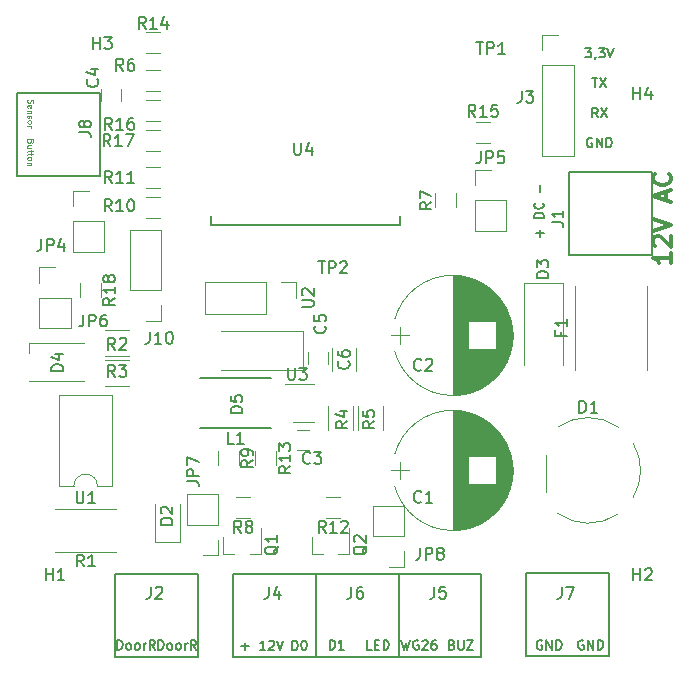
<source format=gbr>
%TF.GenerationSoftware,KiCad,Pcbnew,(5.1.2)-1*%
%TF.CreationDate,2019-05-07T13:27:01+02:00*%
%TF.ProjectId,nfc-door,6e66632d-646f-46f7-922e-6b696361645f,rev?*%
%TF.SameCoordinates,Original*%
%TF.FileFunction,Legend,Top*%
%TF.FilePolarity,Positive*%
%FSLAX46Y46*%
G04 Gerber Fmt 4.6, Leading zero omitted, Abs format (unit mm)*
G04 Created by KiCad (PCBNEW (5.1.2)-1) date 2019-05-07 13:27:01*
%MOMM*%
%LPD*%
G04 APERTURE LIST*
%ADD10C,0.150000*%
%ADD11C,0.125000*%
%ADD12C,0.300000*%
%ADD13C,0.200000*%
%ADD14C,0.120000*%
%ADD15C,0.152400*%
G04 APERTURE END LIST*
D10*
X95790714Y-154331142D02*
X96400238Y-154331142D01*
X96095476Y-154635904D02*
X96095476Y-154026380D01*
X97809761Y-154635904D02*
X97352619Y-154635904D01*
X97581190Y-154635904D02*
X97581190Y-153835904D01*
X97505000Y-153950190D01*
X97428809Y-154026380D01*
X97352619Y-154064476D01*
X98114523Y-153912095D02*
X98152619Y-153874000D01*
X98228809Y-153835904D01*
X98419285Y-153835904D01*
X98495476Y-153874000D01*
X98533571Y-153912095D01*
X98571666Y-153988285D01*
X98571666Y-154064476D01*
X98533571Y-154178761D01*
X98076428Y-154635904D01*
X98571666Y-154635904D01*
X98800238Y-153835904D02*
X99066904Y-154635904D01*
X99333571Y-153835904D01*
X100089523Y-154635904D02*
X100089523Y-153835904D01*
X100280000Y-153835904D01*
X100394285Y-153874000D01*
X100470476Y-153950190D01*
X100508571Y-154026380D01*
X100546666Y-154178761D01*
X100546666Y-154293047D01*
X100508571Y-154445428D01*
X100470476Y-154521619D01*
X100394285Y-154597809D01*
X100280000Y-154635904D01*
X100089523Y-154635904D01*
X101041904Y-153835904D02*
X101118095Y-153835904D01*
X101194285Y-153874000D01*
X101232380Y-153912095D01*
X101270476Y-153988285D01*
X101308571Y-154140666D01*
X101308571Y-154331142D01*
X101270476Y-154483523D01*
X101232380Y-154559714D01*
X101194285Y-154597809D01*
X101118095Y-154635904D01*
X101041904Y-154635904D01*
X100965714Y-154597809D01*
X100927619Y-154559714D01*
X100889523Y-154483523D01*
X100851428Y-154331142D01*
X100851428Y-154140666D01*
X100889523Y-153988285D01*
X100927619Y-153912095D01*
X100965714Y-153874000D01*
X101041904Y-153835904D01*
X103249523Y-154595904D02*
X103249523Y-153795904D01*
X103440000Y-153795904D01*
X103554285Y-153834000D01*
X103630476Y-153910190D01*
X103668571Y-153986380D01*
X103706666Y-154138761D01*
X103706666Y-154253047D01*
X103668571Y-154405428D01*
X103630476Y-154481619D01*
X103554285Y-154557809D01*
X103440000Y-154595904D01*
X103249523Y-154595904D01*
X104468571Y-154595904D02*
X104011428Y-154595904D01*
X104240000Y-154595904D02*
X104240000Y-153795904D01*
X104163809Y-153910190D01*
X104087619Y-153986380D01*
X104011428Y-154024476D01*
X106825714Y-154595904D02*
X106444761Y-154595904D01*
X106444761Y-153795904D01*
X107092380Y-154176857D02*
X107359047Y-154176857D01*
X107473333Y-154595904D02*
X107092380Y-154595904D01*
X107092380Y-153795904D01*
X107473333Y-153795904D01*
X107816190Y-154595904D02*
X107816190Y-153795904D01*
X108006666Y-153795904D01*
X108120952Y-153834000D01*
X108197142Y-153910190D01*
X108235238Y-153986380D01*
X108273333Y-154138761D01*
X108273333Y-154253047D01*
X108235238Y-154405428D01*
X108197142Y-154481619D01*
X108120952Y-154557809D01*
X108006666Y-154595904D01*
X107816190Y-154595904D01*
X109335238Y-153795904D02*
X109525714Y-154595904D01*
X109678095Y-154024476D01*
X109830476Y-154595904D01*
X110020952Y-153795904D01*
X110744761Y-153834000D02*
X110668571Y-153795904D01*
X110554285Y-153795904D01*
X110440000Y-153834000D01*
X110363809Y-153910190D01*
X110325714Y-153986380D01*
X110287619Y-154138761D01*
X110287619Y-154253047D01*
X110325714Y-154405428D01*
X110363809Y-154481619D01*
X110440000Y-154557809D01*
X110554285Y-154595904D01*
X110630476Y-154595904D01*
X110744761Y-154557809D01*
X110782857Y-154519714D01*
X110782857Y-154253047D01*
X110630476Y-154253047D01*
X111087619Y-153872095D02*
X111125714Y-153834000D01*
X111201904Y-153795904D01*
X111392380Y-153795904D01*
X111468571Y-153834000D01*
X111506666Y-153872095D01*
X111544761Y-153948285D01*
X111544761Y-154024476D01*
X111506666Y-154138761D01*
X111049523Y-154595904D01*
X111544761Y-154595904D01*
X112230476Y-153795904D02*
X112078095Y-153795904D01*
X112001904Y-153834000D01*
X111963809Y-153872095D01*
X111887619Y-153986380D01*
X111849523Y-154138761D01*
X111849523Y-154443523D01*
X111887619Y-154519714D01*
X111925714Y-154557809D01*
X112001904Y-154595904D01*
X112154285Y-154595904D01*
X112230476Y-154557809D01*
X112268571Y-154519714D01*
X112306666Y-154443523D01*
X112306666Y-154253047D01*
X112268571Y-154176857D01*
X112230476Y-154138761D01*
X112154285Y-154100666D01*
X112001904Y-154100666D01*
X111925714Y-154138761D01*
X111887619Y-154176857D01*
X111849523Y-154253047D01*
X113597142Y-154176857D02*
X113711428Y-154214952D01*
X113749523Y-154253047D01*
X113787619Y-154329238D01*
X113787619Y-154443523D01*
X113749523Y-154519714D01*
X113711428Y-154557809D01*
X113635238Y-154595904D01*
X113330476Y-154595904D01*
X113330476Y-153795904D01*
X113597142Y-153795904D01*
X113673333Y-153834000D01*
X113711428Y-153872095D01*
X113749523Y-153948285D01*
X113749523Y-154024476D01*
X113711428Y-154100666D01*
X113673333Y-154138761D01*
X113597142Y-154176857D01*
X113330476Y-154176857D01*
X114130476Y-153795904D02*
X114130476Y-154443523D01*
X114168571Y-154519714D01*
X114206666Y-154557809D01*
X114282857Y-154595904D01*
X114435238Y-154595904D01*
X114511428Y-154557809D01*
X114549523Y-154519714D01*
X114587619Y-154443523D01*
X114587619Y-153795904D01*
X114892380Y-153795904D02*
X115425714Y-153795904D01*
X114892380Y-154595904D01*
X115425714Y-154595904D01*
D11*
X77693619Y-108037333D02*
X77669809Y-108108761D01*
X77669809Y-108227809D01*
X77693619Y-108275428D01*
X77717428Y-108299238D01*
X77765047Y-108323047D01*
X77812666Y-108323047D01*
X77860285Y-108299238D01*
X77884095Y-108275428D01*
X77907904Y-108227809D01*
X77931714Y-108132571D01*
X77955523Y-108084952D01*
X77979333Y-108061142D01*
X78026952Y-108037333D01*
X78074571Y-108037333D01*
X78122190Y-108061142D01*
X78146000Y-108084952D01*
X78169809Y-108132571D01*
X78169809Y-108251619D01*
X78146000Y-108323047D01*
X77693619Y-108727809D02*
X77669809Y-108680190D01*
X77669809Y-108584952D01*
X77693619Y-108537333D01*
X77741238Y-108513523D01*
X77931714Y-108513523D01*
X77979333Y-108537333D01*
X78003142Y-108584952D01*
X78003142Y-108680190D01*
X77979333Y-108727809D01*
X77931714Y-108751619D01*
X77884095Y-108751619D01*
X77836476Y-108513523D01*
X78003142Y-108965904D02*
X77669809Y-108965904D01*
X77955523Y-108965904D02*
X77979333Y-108989714D01*
X78003142Y-109037333D01*
X78003142Y-109108761D01*
X77979333Y-109156380D01*
X77931714Y-109180190D01*
X77669809Y-109180190D01*
X77693619Y-109394476D02*
X77669809Y-109442095D01*
X77669809Y-109537333D01*
X77693619Y-109584952D01*
X77741238Y-109608761D01*
X77765047Y-109608761D01*
X77812666Y-109584952D01*
X77836476Y-109537333D01*
X77836476Y-109465904D01*
X77860285Y-109418285D01*
X77907904Y-109394476D01*
X77931714Y-109394476D01*
X77979333Y-109418285D01*
X78003142Y-109465904D01*
X78003142Y-109537333D01*
X77979333Y-109584952D01*
X77669809Y-109894476D02*
X77693619Y-109846857D01*
X77717428Y-109823047D01*
X77765047Y-109799238D01*
X77907904Y-109799238D01*
X77955523Y-109823047D01*
X77979333Y-109846857D01*
X78003142Y-109894476D01*
X78003142Y-109965904D01*
X77979333Y-110013523D01*
X77955523Y-110037333D01*
X77907904Y-110061142D01*
X77765047Y-110061142D01*
X77717428Y-110037333D01*
X77693619Y-110013523D01*
X77669809Y-109965904D01*
X77669809Y-109894476D01*
X77669809Y-110275428D02*
X78003142Y-110275428D01*
X77907904Y-110275428D02*
X77955523Y-110299238D01*
X77979333Y-110323047D01*
X78003142Y-110370666D01*
X78003142Y-110418285D01*
X77931714Y-111577428D02*
X77907904Y-111648857D01*
X77884095Y-111672666D01*
X77836476Y-111696476D01*
X77765047Y-111696476D01*
X77717428Y-111672666D01*
X77693619Y-111648857D01*
X77669809Y-111601238D01*
X77669809Y-111410761D01*
X78169809Y-111410761D01*
X78169809Y-111577428D01*
X78146000Y-111625047D01*
X78122190Y-111648857D01*
X78074571Y-111672666D01*
X78026952Y-111672666D01*
X77979333Y-111648857D01*
X77955523Y-111625047D01*
X77931714Y-111577428D01*
X77931714Y-111410761D01*
X78003142Y-112125047D02*
X77669809Y-112125047D01*
X78003142Y-111910761D02*
X77741238Y-111910761D01*
X77693619Y-111934571D01*
X77669809Y-111982190D01*
X77669809Y-112053619D01*
X77693619Y-112101238D01*
X77717428Y-112125047D01*
X78003142Y-112291714D02*
X78003142Y-112482190D01*
X78169809Y-112363142D02*
X77741238Y-112363142D01*
X77693619Y-112386952D01*
X77669809Y-112434571D01*
X77669809Y-112482190D01*
X78003142Y-112577428D02*
X78003142Y-112767904D01*
X78169809Y-112648857D02*
X77741238Y-112648857D01*
X77693619Y-112672666D01*
X77669809Y-112720285D01*
X77669809Y-112767904D01*
X77669809Y-113006000D02*
X77693619Y-112958380D01*
X77717428Y-112934571D01*
X77765047Y-112910761D01*
X77907904Y-112910761D01*
X77955523Y-112934571D01*
X77979333Y-112958380D01*
X78003142Y-113006000D01*
X78003142Y-113077428D01*
X77979333Y-113125047D01*
X77955523Y-113148857D01*
X77907904Y-113172666D01*
X77765047Y-113172666D01*
X77717428Y-113148857D01*
X77693619Y-113125047D01*
X77669809Y-113077428D01*
X77669809Y-113006000D01*
X78003142Y-113386952D02*
X77669809Y-113386952D01*
X77955523Y-113386952D02*
X77979333Y-113410761D01*
X78003142Y-113458380D01*
X78003142Y-113529809D01*
X77979333Y-113577428D01*
X77931714Y-113601238D01*
X77669809Y-113601238D01*
D10*
X121230476Y-153834000D02*
X121154285Y-153795904D01*
X121040000Y-153795904D01*
X120925714Y-153834000D01*
X120849523Y-153910190D01*
X120811428Y-153986380D01*
X120773333Y-154138761D01*
X120773333Y-154253047D01*
X120811428Y-154405428D01*
X120849523Y-154481619D01*
X120925714Y-154557809D01*
X121040000Y-154595904D01*
X121116190Y-154595904D01*
X121230476Y-154557809D01*
X121268571Y-154519714D01*
X121268571Y-154253047D01*
X121116190Y-154253047D01*
X121611428Y-154595904D02*
X121611428Y-153795904D01*
X122068571Y-154595904D01*
X122068571Y-153795904D01*
X122449523Y-154595904D02*
X122449523Y-153795904D01*
X122640000Y-153795904D01*
X122754285Y-153834000D01*
X122830476Y-153910190D01*
X122868571Y-153986380D01*
X122906666Y-154138761D01*
X122906666Y-154253047D01*
X122868571Y-154405428D01*
X122830476Y-154481619D01*
X122754285Y-154557809D01*
X122640000Y-154595904D01*
X122449523Y-154595904D01*
D12*
X132168571Y-120986857D02*
X132168571Y-121844000D01*
X132168571Y-121415428D02*
X130668571Y-121415428D01*
X130882857Y-121558285D01*
X131025714Y-121701142D01*
X131097142Y-121844000D01*
X130811428Y-120415428D02*
X130740000Y-120344000D01*
X130668571Y-120201142D01*
X130668571Y-119844000D01*
X130740000Y-119701142D01*
X130811428Y-119629714D01*
X130954285Y-119558285D01*
X131097142Y-119558285D01*
X131311428Y-119629714D01*
X132168571Y-120486857D01*
X132168571Y-119558285D01*
X130668571Y-119129714D02*
X132168571Y-118629714D01*
X130668571Y-118129714D01*
X131740000Y-116558285D02*
X131740000Y-115844000D01*
X132168571Y-116701142D02*
X130668571Y-116201142D01*
X132168571Y-115701142D01*
X132025714Y-114344000D02*
X132097142Y-114415428D01*
X132168571Y-114629714D01*
X132168571Y-114772571D01*
X132097142Y-114986857D01*
X131954285Y-115129714D01*
X131811428Y-115201142D01*
X131525714Y-115272571D01*
X131311428Y-115272571D01*
X131025714Y-115201142D01*
X130882857Y-115129714D01*
X130740000Y-114986857D01*
X130668571Y-114772571D01*
X130668571Y-114629714D01*
X130740000Y-114415428D01*
X130811428Y-114344000D01*
D10*
X85259047Y-154595904D02*
X85259047Y-153795904D01*
X85449523Y-153795904D01*
X85563809Y-153834000D01*
X85640000Y-153910190D01*
X85678095Y-153986380D01*
X85716190Y-154138761D01*
X85716190Y-154253047D01*
X85678095Y-154405428D01*
X85640000Y-154481619D01*
X85563809Y-154557809D01*
X85449523Y-154595904D01*
X85259047Y-154595904D01*
X86173333Y-154595904D02*
X86097142Y-154557809D01*
X86059047Y-154519714D01*
X86020952Y-154443523D01*
X86020952Y-154214952D01*
X86059047Y-154138761D01*
X86097142Y-154100666D01*
X86173333Y-154062571D01*
X86287619Y-154062571D01*
X86363809Y-154100666D01*
X86401904Y-154138761D01*
X86440000Y-154214952D01*
X86440000Y-154443523D01*
X86401904Y-154519714D01*
X86363809Y-154557809D01*
X86287619Y-154595904D01*
X86173333Y-154595904D01*
X86897142Y-154595904D02*
X86820952Y-154557809D01*
X86782857Y-154519714D01*
X86744761Y-154443523D01*
X86744761Y-154214952D01*
X86782857Y-154138761D01*
X86820952Y-154100666D01*
X86897142Y-154062571D01*
X87011428Y-154062571D01*
X87087619Y-154100666D01*
X87125714Y-154138761D01*
X87163809Y-154214952D01*
X87163809Y-154443523D01*
X87125714Y-154519714D01*
X87087619Y-154557809D01*
X87011428Y-154595904D01*
X86897142Y-154595904D01*
X87506666Y-154595904D02*
X87506666Y-154062571D01*
X87506666Y-154214952D02*
X87544761Y-154138761D01*
X87582857Y-154100666D01*
X87659047Y-154062571D01*
X87735238Y-154062571D01*
X88459047Y-154595904D02*
X88192380Y-154214952D01*
X88001904Y-154595904D02*
X88001904Y-153795904D01*
X88306666Y-153795904D01*
X88382857Y-153834000D01*
X88420952Y-153872095D01*
X88459047Y-153948285D01*
X88459047Y-154062571D01*
X88420952Y-154138761D01*
X88382857Y-154176857D01*
X88306666Y-154214952D01*
X88001904Y-154214952D01*
X88759047Y-154595904D02*
X88759047Y-153795904D01*
X88949523Y-153795904D01*
X89063809Y-153834000D01*
X89140000Y-153910190D01*
X89178095Y-153986380D01*
X89216190Y-154138761D01*
X89216190Y-154253047D01*
X89178095Y-154405428D01*
X89140000Y-154481619D01*
X89063809Y-154557809D01*
X88949523Y-154595904D01*
X88759047Y-154595904D01*
X89673333Y-154595904D02*
X89597142Y-154557809D01*
X89559047Y-154519714D01*
X89520952Y-154443523D01*
X89520952Y-154214952D01*
X89559047Y-154138761D01*
X89597142Y-154100666D01*
X89673333Y-154062571D01*
X89787619Y-154062571D01*
X89863809Y-154100666D01*
X89901904Y-154138761D01*
X89940000Y-154214952D01*
X89940000Y-154443523D01*
X89901904Y-154519714D01*
X89863809Y-154557809D01*
X89787619Y-154595904D01*
X89673333Y-154595904D01*
X90397142Y-154595904D02*
X90320952Y-154557809D01*
X90282857Y-154519714D01*
X90244761Y-154443523D01*
X90244761Y-154214952D01*
X90282857Y-154138761D01*
X90320952Y-154100666D01*
X90397142Y-154062571D01*
X90511428Y-154062571D01*
X90587619Y-154100666D01*
X90625714Y-154138761D01*
X90663809Y-154214952D01*
X90663809Y-154443523D01*
X90625714Y-154519714D01*
X90587619Y-154557809D01*
X90511428Y-154595904D01*
X90397142Y-154595904D01*
X91006666Y-154595904D02*
X91006666Y-154062571D01*
X91006666Y-154214952D02*
X91044761Y-154138761D01*
X91082857Y-154100666D01*
X91159047Y-154062571D01*
X91235238Y-154062571D01*
X91959047Y-154595904D02*
X91692380Y-154214952D01*
X91501904Y-154595904D02*
X91501904Y-153795904D01*
X91806666Y-153795904D01*
X91882857Y-153834000D01*
X91920952Y-153872095D01*
X91959047Y-153948285D01*
X91959047Y-154062571D01*
X91920952Y-154138761D01*
X91882857Y-154176857D01*
X91806666Y-154214952D01*
X91501904Y-154214952D01*
X124730476Y-153834000D02*
X124654285Y-153795904D01*
X124540000Y-153795904D01*
X124425714Y-153834000D01*
X124349523Y-153910190D01*
X124311428Y-153986380D01*
X124273333Y-154138761D01*
X124273333Y-154253047D01*
X124311428Y-154405428D01*
X124349523Y-154481619D01*
X124425714Y-154557809D01*
X124540000Y-154595904D01*
X124616190Y-154595904D01*
X124730476Y-154557809D01*
X124768571Y-154519714D01*
X124768571Y-154253047D01*
X124616190Y-154253047D01*
X125111428Y-154595904D02*
X125111428Y-153795904D01*
X125568571Y-154595904D01*
X125568571Y-153795904D01*
X125949523Y-154595904D02*
X125949523Y-153795904D01*
X126140000Y-153795904D01*
X126254285Y-153834000D01*
X126330476Y-153910190D01*
X126368571Y-153986380D01*
X126406666Y-154138761D01*
X126406666Y-154253047D01*
X126368571Y-154405428D01*
X126330476Y-154481619D01*
X126254285Y-154557809D01*
X126140000Y-154595904D01*
X125949523Y-154595904D01*
D13*
X124899047Y-103670904D02*
X125394285Y-103670904D01*
X125127619Y-103975666D01*
X125241904Y-103975666D01*
X125318095Y-104013761D01*
X125356190Y-104051857D01*
X125394285Y-104128047D01*
X125394285Y-104318523D01*
X125356190Y-104394714D01*
X125318095Y-104432809D01*
X125241904Y-104470904D01*
X125013333Y-104470904D01*
X124937142Y-104432809D01*
X124899047Y-104394714D01*
X125775238Y-104432809D02*
X125775238Y-104470904D01*
X125737142Y-104547095D01*
X125699047Y-104585190D01*
X126041904Y-103670904D02*
X126537142Y-103670904D01*
X126270476Y-103975666D01*
X126384761Y-103975666D01*
X126460952Y-104013761D01*
X126499047Y-104051857D01*
X126537142Y-104128047D01*
X126537142Y-104318523D01*
X126499047Y-104394714D01*
X126460952Y-104432809D01*
X126384761Y-104470904D01*
X126156190Y-104470904D01*
X126080000Y-104432809D01*
X126041904Y-104394714D01*
X126765714Y-103670904D02*
X127032380Y-104470904D01*
X127299047Y-103670904D01*
X125470476Y-106210904D02*
X125927619Y-106210904D01*
X125699047Y-107010904D02*
X125699047Y-106210904D01*
X126118095Y-106210904D02*
X126651428Y-107010904D01*
X126651428Y-106210904D02*
X126118095Y-107010904D01*
X125946666Y-109550904D02*
X125680000Y-109169952D01*
X125489523Y-109550904D02*
X125489523Y-108750904D01*
X125794285Y-108750904D01*
X125870476Y-108789000D01*
X125908571Y-108827095D01*
X125946666Y-108903285D01*
X125946666Y-109017571D01*
X125908571Y-109093761D01*
X125870476Y-109131857D01*
X125794285Y-109169952D01*
X125489523Y-109169952D01*
X126213333Y-108750904D02*
X126746666Y-109550904D01*
X126746666Y-108750904D02*
X126213333Y-109550904D01*
X125470476Y-111329000D02*
X125394285Y-111290904D01*
X125280000Y-111290904D01*
X125165714Y-111329000D01*
X125089523Y-111405190D01*
X125051428Y-111481380D01*
X125013333Y-111633761D01*
X125013333Y-111748047D01*
X125051428Y-111900428D01*
X125089523Y-111976619D01*
X125165714Y-112052809D01*
X125280000Y-112090904D01*
X125356190Y-112090904D01*
X125470476Y-112052809D01*
X125508571Y-112014714D01*
X125508571Y-111748047D01*
X125356190Y-111748047D01*
X125851428Y-112090904D02*
X125851428Y-111290904D01*
X126308571Y-112090904D01*
X126308571Y-111290904D01*
X126689523Y-112090904D02*
X126689523Y-111290904D01*
X126880000Y-111290904D01*
X126994285Y-111329000D01*
X127070476Y-111405190D01*
X127108571Y-111481380D01*
X127146666Y-111633761D01*
X127146666Y-111748047D01*
X127108571Y-111900428D01*
X127070476Y-111976619D01*
X126994285Y-112052809D01*
X126880000Y-112090904D01*
X126689523Y-112090904D01*
X121057142Y-119653523D02*
X121057142Y-119044000D01*
X121361904Y-119348761D02*
X120752380Y-119348761D01*
X121361904Y-118053523D02*
X120561904Y-118053523D01*
X120561904Y-117863047D01*
X120600000Y-117748761D01*
X120676190Y-117672571D01*
X120752380Y-117634476D01*
X120904761Y-117596380D01*
X121019047Y-117596380D01*
X121171428Y-117634476D01*
X121247619Y-117672571D01*
X121323809Y-117748761D01*
X121361904Y-117863047D01*
X121361904Y-118053523D01*
X121285714Y-116796380D02*
X121323809Y-116834476D01*
X121361904Y-116948761D01*
X121361904Y-117024952D01*
X121323809Y-117139238D01*
X121247619Y-117215428D01*
X121171428Y-117253523D01*
X121019047Y-117291619D01*
X120904761Y-117291619D01*
X120752380Y-117253523D01*
X120676190Y-117215428D01*
X120600000Y-117139238D01*
X120561904Y-117024952D01*
X120561904Y-116948761D01*
X120600000Y-116834476D01*
X120638095Y-116796380D01*
X121057142Y-115844000D02*
X121057142Y-115234476D01*
X121057142Y-119653523D02*
X121057142Y-119044000D01*
X121361904Y-119348761D02*
X120752380Y-119348761D01*
X121361904Y-118053523D02*
X120561904Y-118053523D01*
X120561904Y-117863047D01*
X120600000Y-117748761D01*
X120676190Y-117672571D01*
X120752380Y-117634476D01*
X120904761Y-117596380D01*
X121019047Y-117596380D01*
X121171428Y-117634476D01*
X121247619Y-117672571D01*
X121323809Y-117748761D01*
X121361904Y-117863047D01*
X121361904Y-118053523D01*
X121285714Y-116796380D02*
X121323809Y-116834476D01*
X121361904Y-116948761D01*
X121361904Y-117024952D01*
X121323809Y-117139238D01*
X121247619Y-117215428D01*
X121171428Y-117253523D01*
X121019047Y-117291619D01*
X120904761Y-117291619D01*
X120752380Y-117253523D01*
X120676190Y-117215428D01*
X120600000Y-117139238D01*
X120561904Y-117024952D01*
X120561904Y-116948761D01*
X120600000Y-116834476D01*
X120638095Y-116796380D01*
X121057142Y-115844000D02*
X121057142Y-115234476D01*
X125470476Y-111329000D02*
X125394285Y-111290904D01*
X125280000Y-111290904D01*
X125165714Y-111329000D01*
X125089523Y-111405190D01*
X125051428Y-111481380D01*
X125013333Y-111633761D01*
X125013333Y-111748047D01*
X125051428Y-111900428D01*
X125089523Y-111976619D01*
X125165714Y-112052809D01*
X125280000Y-112090904D01*
X125356190Y-112090904D01*
X125470476Y-112052809D01*
X125508571Y-112014714D01*
X125508571Y-111748047D01*
X125356190Y-111748047D01*
X125851428Y-112090904D02*
X125851428Y-111290904D01*
X126308571Y-112090904D01*
X126308571Y-111290904D01*
X126689523Y-112090904D02*
X126689523Y-111290904D01*
X126880000Y-111290904D01*
X126994285Y-111329000D01*
X127070476Y-111405190D01*
X127108571Y-111481380D01*
X127146666Y-111633761D01*
X127146666Y-111748047D01*
X127108571Y-111900428D01*
X127070476Y-111976619D01*
X126994285Y-112052809D01*
X126880000Y-112090904D01*
X126689523Y-112090904D01*
X125946666Y-109550904D02*
X125680000Y-109169952D01*
X125489523Y-109550904D02*
X125489523Y-108750904D01*
X125794285Y-108750904D01*
X125870476Y-108789000D01*
X125908571Y-108827095D01*
X125946666Y-108903285D01*
X125946666Y-109017571D01*
X125908571Y-109093761D01*
X125870476Y-109131857D01*
X125794285Y-109169952D01*
X125489523Y-109169952D01*
X126213333Y-108750904D02*
X126746666Y-109550904D01*
X126746666Y-108750904D02*
X126213333Y-109550904D01*
X125470476Y-106210904D02*
X125927619Y-106210904D01*
X125699047Y-107010904D02*
X125699047Y-106210904D01*
X126118095Y-106210904D02*
X126651428Y-107010904D01*
X126651428Y-106210904D02*
X126118095Y-107010904D01*
X124899047Y-103670904D02*
X125394285Y-103670904D01*
X125127619Y-103975666D01*
X125241904Y-103975666D01*
X125318095Y-104013761D01*
X125356190Y-104051857D01*
X125394285Y-104128047D01*
X125394285Y-104318523D01*
X125356190Y-104394714D01*
X125318095Y-104432809D01*
X125241904Y-104470904D01*
X125013333Y-104470904D01*
X124937142Y-104432809D01*
X124899047Y-104394714D01*
X125775238Y-104432809D02*
X125775238Y-104470904D01*
X125737142Y-104547095D01*
X125699047Y-104585190D01*
X126041904Y-103670904D02*
X126537142Y-103670904D01*
X126270476Y-103975666D01*
X126384761Y-103975666D01*
X126460952Y-104013761D01*
X126499047Y-104051857D01*
X126537142Y-104128047D01*
X126537142Y-104318523D01*
X126499047Y-104394714D01*
X126460952Y-104432809D01*
X126384761Y-104470904D01*
X126156190Y-104470904D01*
X126080000Y-104432809D01*
X126041904Y-104394714D01*
X126765714Y-103670904D02*
X127032380Y-104470904D01*
X127299047Y-103670904D01*
D10*
X124730476Y-153834000D02*
X124654285Y-153795904D01*
X124540000Y-153795904D01*
X124425714Y-153834000D01*
X124349523Y-153910190D01*
X124311428Y-153986380D01*
X124273333Y-154138761D01*
X124273333Y-154253047D01*
X124311428Y-154405428D01*
X124349523Y-154481619D01*
X124425714Y-154557809D01*
X124540000Y-154595904D01*
X124616190Y-154595904D01*
X124730476Y-154557809D01*
X124768571Y-154519714D01*
X124768571Y-154253047D01*
X124616190Y-154253047D01*
X125111428Y-154595904D02*
X125111428Y-153795904D01*
X125568571Y-154595904D01*
X125568571Y-153795904D01*
X125949523Y-154595904D02*
X125949523Y-153795904D01*
X126140000Y-153795904D01*
X126254285Y-153834000D01*
X126330476Y-153910190D01*
X126368571Y-153986380D01*
X126406666Y-154138761D01*
X126406666Y-154253047D01*
X126368571Y-154405428D01*
X126330476Y-154481619D01*
X126254285Y-154557809D01*
X126140000Y-154595904D01*
X125949523Y-154595904D01*
X88759047Y-154595904D02*
X88759047Y-153795904D01*
X88949523Y-153795904D01*
X89063809Y-153834000D01*
X89140000Y-153910190D01*
X89178095Y-153986380D01*
X89216190Y-154138761D01*
X89216190Y-154253047D01*
X89178095Y-154405428D01*
X89140000Y-154481619D01*
X89063809Y-154557809D01*
X88949523Y-154595904D01*
X88759047Y-154595904D01*
X89673333Y-154595904D02*
X89597142Y-154557809D01*
X89559047Y-154519714D01*
X89520952Y-154443523D01*
X89520952Y-154214952D01*
X89559047Y-154138761D01*
X89597142Y-154100666D01*
X89673333Y-154062571D01*
X89787619Y-154062571D01*
X89863809Y-154100666D01*
X89901904Y-154138761D01*
X89940000Y-154214952D01*
X89940000Y-154443523D01*
X89901904Y-154519714D01*
X89863809Y-154557809D01*
X89787619Y-154595904D01*
X89673333Y-154595904D01*
X90397142Y-154595904D02*
X90320952Y-154557809D01*
X90282857Y-154519714D01*
X90244761Y-154443523D01*
X90244761Y-154214952D01*
X90282857Y-154138761D01*
X90320952Y-154100666D01*
X90397142Y-154062571D01*
X90511428Y-154062571D01*
X90587619Y-154100666D01*
X90625714Y-154138761D01*
X90663809Y-154214952D01*
X90663809Y-154443523D01*
X90625714Y-154519714D01*
X90587619Y-154557809D01*
X90511428Y-154595904D01*
X90397142Y-154595904D01*
X91006666Y-154595904D02*
X91006666Y-154062571D01*
X91006666Y-154214952D02*
X91044761Y-154138761D01*
X91082857Y-154100666D01*
X91159047Y-154062571D01*
X91235238Y-154062571D01*
X91959047Y-154595904D02*
X91692380Y-154214952D01*
X91501904Y-154595904D02*
X91501904Y-153795904D01*
X91806666Y-153795904D01*
X91882857Y-153834000D01*
X91920952Y-153872095D01*
X91959047Y-153948285D01*
X91959047Y-154062571D01*
X91920952Y-154138761D01*
X91882857Y-154176857D01*
X91806666Y-154214952D01*
X91501904Y-154214952D01*
X85259047Y-154595904D02*
X85259047Y-153795904D01*
X85449523Y-153795904D01*
X85563809Y-153834000D01*
X85640000Y-153910190D01*
X85678095Y-153986380D01*
X85716190Y-154138761D01*
X85716190Y-154253047D01*
X85678095Y-154405428D01*
X85640000Y-154481619D01*
X85563809Y-154557809D01*
X85449523Y-154595904D01*
X85259047Y-154595904D01*
X86173333Y-154595904D02*
X86097142Y-154557809D01*
X86059047Y-154519714D01*
X86020952Y-154443523D01*
X86020952Y-154214952D01*
X86059047Y-154138761D01*
X86097142Y-154100666D01*
X86173333Y-154062571D01*
X86287619Y-154062571D01*
X86363809Y-154100666D01*
X86401904Y-154138761D01*
X86440000Y-154214952D01*
X86440000Y-154443523D01*
X86401904Y-154519714D01*
X86363809Y-154557809D01*
X86287619Y-154595904D01*
X86173333Y-154595904D01*
X86897142Y-154595904D02*
X86820952Y-154557809D01*
X86782857Y-154519714D01*
X86744761Y-154443523D01*
X86744761Y-154214952D01*
X86782857Y-154138761D01*
X86820952Y-154100666D01*
X86897142Y-154062571D01*
X87011428Y-154062571D01*
X87087619Y-154100666D01*
X87125714Y-154138761D01*
X87163809Y-154214952D01*
X87163809Y-154443523D01*
X87125714Y-154519714D01*
X87087619Y-154557809D01*
X87011428Y-154595904D01*
X86897142Y-154595904D01*
X87506666Y-154595904D02*
X87506666Y-154062571D01*
X87506666Y-154214952D02*
X87544761Y-154138761D01*
X87582857Y-154100666D01*
X87659047Y-154062571D01*
X87735238Y-154062571D01*
X88459047Y-154595904D02*
X88192380Y-154214952D01*
X88001904Y-154595904D02*
X88001904Y-153795904D01*
X88306666Y-153795904D01*
X88382857Y-153834000D01*
X88420952Y-153872095D01*
X88459047Y-153948285D01*
X88459047Y-154062571D01*
X88420952Y-154138761D01*
X88382857Y-154176857D01*
X88306666Y-154214952D01*
X88001904Y-154214952D01*
D12*
X132168571Y-120986857D02*
X132168571Y-121844000D01*
X132168571Y-121415428D02*
X130668571Y-121415428D01*
X130882857Y-121558285D01*
X131025714Y-121701142D01*
X131097142Y-121844000D01*
X130811428Y-120415428D02*
X130740000Y-120344000D01*
X130668571Y-120201142D01*
X130668571Y-119844000D01*
X130740000Y-119701142D01*
X130811428Y-119629714D01*
X130954285Y-119558285D01*
X131097142Y-119558285D01*
X131311428Y-119629714D01*
X132168571Y-120486857D01*
X132168571Y-119558285D01*
X130668571Y-119129714D02*
X132168571Y-118629714D01*
X130668571Y-118129714D01*
X131740000Y-116558285D02*
X131740000Y-115844000D01*
X132168571Y-116701142D02*
X130668571Y-116201142D01*
X132168571Y-115701142D01*
X132025714Y-114344000D02*
X132097142Y-114415428D01*
X132168571Y-114629714D01*
X132168571Y-114772571D01*
X132097142Y-114986857D01*
X131954285Y-115129714D01*
X131811428Y-115201142D01*
X131525714Y-115272571D01*
X131311428Y-115272571D01*
X131025714Y-115201142D01*
X130882857Y-115129714D01*
X130740000Y-114986857D01*
X130668571Y-114772571D01*
X130668571Y-114629714D01*
X130740000Y-114415428D01*
X130811428Y-114344000D01*
D10*
X121230476Y-153834000D02*
X121154285Y-153795904D01*
X121040000Y-153795904D01*
X120925714Y-153834000D01*
X120849523Y-153910190D01*
X120811428Y-153986380D01*
X120773333Y-154138761D01*
X120773333Y-154253047D01*
X120811428Y-154405428D01*
X120849523Y-154481619D01*
X120925714Y-154557809D01*
X121040000Y-154595904D01*
X121116190Y-154595904D01*
X121230476Y-154557809D01*
X121268571Y-154519714D01*
X121268571Y-154253047D01*
X121116190Y-154253047D01*
X121611428Y-154595904D02*
X121611428Y-153795904D01*
X122068571Y-154595904D01*
X122068571Y-153795904D01*
X122449523Y-154595904D02*
X122449523Y-153795904D01*
X122640000Y-153795904D01*
X122754285Y-153834000D01*
X122830476Y-153910190D01*
X122868571Y-153986380D01*
X122906666Y-154138761D01*
X122906666Y-154253047D01*
X122868571Y-154405428D01*
X122830476Y-154481619D01*
X122754285Y-154557809D01*
X122640000Y-154595904D01*
X122449523Y-154595904D01*
D11*
X77931714Y-111577428D02*
X77907904Y-111648857D01*
X77884095Y-111672666D01*
X77836476Y-111696476D01*
X77765047Y-111696476D01*
X77717428Y-111672666D01*
X77693619Y-111648857D01*
X77669809Y-111601238D01*
X77669809Y-111410761D01*
X78169809Y-111410761D01*
X78169809Y-111577428D01*
X78146000Y-111625047D01*
X78122190Y-111648857D01*
X78074571Y-111672666D01*
X78026952Y-111672666D01*
X77979333Y-111648857D01*
X77955523Y-111625047D01*
X77931714Y-111577428D01*
X77931714Y-111410761D01*
X78003142Y-112125047D02*
X77669809Y-112125047D01*
X78003142Y-111910761D02*
X77741238Y-111910761D01*
X77693619Y-111934571D01*
X77669809Y-111982190D01*
X77669809Y-112053619D01*
X77693619Y-112101238D01*
X77717428Y-112125047D01*
X78003142Y-112291714D02*
X78003142Y-112482190D01*
X78169809Y-112363142D02*
X77741238Y-112363142D01*
X77693619Y-112386952D01*
X77669809Y-112434571D01*
X77669809Y-112482190D01*
X78003142Y-112577428D02*
X78003142Y-112767904D01*
X78169809Y-112648857D02*
X77741238Y-112648857D01*
X77693619Y-112672666D01*
X77669809Y-112720285D01*
X77669809Y-112767904D01*
X77669809Y-113006000D02*
X77693619Y-112958380D01*
X77717428Y-112934571D01*
X77765047Y-112910761D01*
X77907904Y-112910761D01*
X77955523Y-112934571D01*
X77979333Y-112958380D01*
X78003142Y-113006000D01*
X78003142Y-113077428D01*
X77979333Y-113125047D01*
X77955523Y-113148857D01*
X77907904Y-113172666D01*
X77765047Y-113172666D01*
X77717428Y-113148857D01*
X77693619Y-113125047D01*
X77669809Y-113077428D01*
X77669809Y-113006000D01*
X78003142Y-113386952D02*
X77669809Y-113386952D01*
X77955523Y-113386952D02*
X77979333Y-113410761D01*
X78003142Y-113458380D01*
X78003142Y-113529809D01*
X77979333Y-113577428D01*
X77931714Y-113601238D01*
X77669809Y-113601238D01*
X77693619Y-108037333D02*
X77669809Y-108108761D01*
X77669809Y-108227809D01*
X77693619Y-108275428D01*
X77717428Y-108299238D01*
X77765047Y-108323047D01*
X77812666Y-108323047D01*
X77860285Y-108299238D01*
X77884095Y-108275428D01*
X77907904Y-108227809D01*
X77931714Y-108132571D01*
X77955523Y-108084952D01*
X77979333Y-108061142D01*
X78026952Y-108037333D01*
X78074571Y-108037333D01*
X78122190Y-108061142D01*
X78146000Y-108084952D01*
X78169809Y-108132571D01*
X78169809Y-108251619D01*
X78146000Y-108323047D01*
X77693619Y-108727809D02*
X77669809Y-108680190D01*
X77669809Y-108584952D01*
X77693619Y-108537333D01*
X77741238Y-108513523D01*
X77931714Y-108513523D01*
X77979333Y-108537333D01*
X78003142Y-108584952D01*
X78003142Y-108680190D01*
X77979333Y-108727809D01*
X77931714Y-108751619D01*
X77884095Y-108751619D01*
X77836476Y-108513523D01*
X78003142Y-108965904D02*
X77669809Y-108965904D01*
X77955523Y-108965904D02*
X77979333Y-108989714D01*
X78003142Y-109037333D01*
X78003142Y-109108761D01*
X77979333Y-109156380D01*
X77931714Y-109180190D01*
X77669809Y-109180190D01*
X77693619Y-109394476D02*
X77669809Y-109442095D01*
X77669809Y-109537333D01*
X77693619Y-109584952D01*
X77741238Y-109608761D01*
X77765047Y-109608761D01*
X77812666Y-109584952D01*
X77836476Y-109537333D01*
X77836476Y-109465904D01*
X77860285Y-109418285D01*
X77907904Y-109394476D01*
X77931714Y-109394476D01*
X77979333Y-109418285D01*
X78003142Y-109465904D01*
X78003142Y-109537333D01*
X77979333Y-109584952D01*
X77669809Y-109894476D02*
X77693619Y-109846857D01*
X77717428Y-109823047D01*
X77765047Y-109799238D01*
X77907904Y-109799238D01*
X77955523Y-109823047D01*
X77979333Y-109846857D01*
X78003142Y-109894476D01*
X78003142Y-109965904D01*
X77979333Y-110013523D01*
X77955523Y-110037333D01*
X77907904Y-110061142D01*
X77765047Y-110061142D01*
X77717428Y-110037333D01*
X77693619Y-110013523D01*
X77669809Y-109965904D01*
X77669809Y-109894476D01*
X77669809Y-110275428D02*
X78003142Y-110275428D01*
X77907904Y-110275428D02*
X77955523Y-110299238D01*
X77979333Y-110323047D01*
X78003142Y-110370666D01*
X78003142Y-110418285D01*
D10*
X113597142Y-154176857D02*
X113711428Y-154214952D01*
X113749523Y-154253047D01*
X113787619Y-154329238D01*
X113787619Y-154443523D01*
X113749523Y-154519714D01*
X113711428Y-154557809D01*
X113635238Y-154595904D01*
X113330476Y-154595904D01*
X113330476Y-153795904D01*
X113597142Y-153795904D01*
X113673333Y-153834000D01*
X113711428Y-153872095D01*
X113749523Y-153948285D01*
X113749523Y-154024476D01*
X113711428Y-154100666D01*
X113673333Y-154138761D01*
X113597142Y-154176857D01*
X113330476Y-154176857D01*
X114130476Y-153795904D02*
X114130476Y-154443523D01*
X114168571Y-154519714D01*
X114206666Y-154557809D01*
X114282857Y-154595904D01*
X114435238Y-154595904D01*
X114511428Y-154557809D01*
X114549523Y-154519714D01*
X114587619Y-154443523D01*
X114587619Y-153795904D01*
X114892380Y-153795904D02*
X115425714Y-153795904D01*
X114892380Y-154595904D01*
X115425714Y-154595904D01*
X109335238Y-153795904D02*
X109525714Y-154595904D01*
X109678095Y-154024476D01*
X109830476Y-154595904D01*
X110020952Y-153795904D01*
X110744761Y-153834000D02*
X110668571Y-153795904D01*
X110554285Y-153795904D01*
X110440000Y-153834000D01*
X110363809Y-153910190D01*
X110325714Y-153986380D01*
X110287619Y-154138761D01*
X110287619Y-154253047D01*
X110325714Y-154405428D01*
X110363809Y-154481619D01*
X110440000Y-154557809D01*
X110554285Y-154595904D01*
X110630476Y-154595904D01*
X110744761Y-154557809D01*
X110782857Y-154519714D01*
X110782857Y-154253047D01*
X110630476Y-154253047D01*
X111087619Y-153872095D02*
X111125714Y-153834000D01*
X111201904Y-153795904D01*
X111392380Y-153795904D01*
X111468571Y-153834000D01*
X111506666Y-153872095D01*
X111544761Y-153948285D01*
X111544761Y-154024476D01*
X111506666Y-154138761D01*
X111049523Y-154595904D01*
X111544761Y-154595904D01*
X112230476Y-153795904D02*
X112078095Y-153795904D01*
X112001904Y-153834000D01*
X111963809Y-153872095D01*
X111887619Y-153986380D01*
X111849523Y-154138761D01*
X111849523Y-154443523D01*
X111887619Y-154519714D01*
X111925714Y-154557809D01*
X112001904Y-154595904D01*
X112154285Y-154595904D01*
X112230476Y-154557809D01*
X112268571Y-154519714D01*
X112306666Y-154443523D01*
X112306666Y-154253047D01*
X112268571Y-154176857D01*
X112230476Y-154138761D01*
X112154285Y-154100666D01*
X112001904Y-154100666D01*
X111925714Y-154138761D01*
X111887619Y-154176857D01*
X111849523Y-154253047D01*
X106825714Y-154595904D02*
X106444761Y-154595904D01*
X106444761Y-153795904D01*
X107092380Y-154176857D02*
X107359047Y-154176857D01*
X107473333Y-154595904D02*
X107092380Y-154595904D01*
X107092380Y-153795904D01*
X107473333Y-153795904D01*
X107816190Y-154595904D02*
X107816190Y-153795904D01*
X108006666Y-153795904D01*
X108120952Y-153834000D01*
X108197142Y-153910190D01*
X108235238Y-153986380D01*
X108273333Y-154138761D01*
X108273333Y-154253047D01*
X108235238Y-154405428D01*
X108197142Y-154481619D01*
X108120952Y-154557809D01*
X108006666Y-154595904D01*
X107816190Y-154595904D01*
X103249523Y-154595904D02*
X103249523Y-153795904D01*
X103440000Y-153795904D01*
X103554285Y-153834000D01*
X103630476Y-153910190D01*
X103668571Y-153986380D01*
X103706666Y-154138761D01*
X103706666Y-154253047D01*
X103668571Y-154405428D01*
X103630476Y-154481619D01*
X103554285Y-154557809D01*
X103440000Y-154595904D01*
X103249523Y-154595904D01*
X104468571Y-154595904D02*
X104011428Y-154595904D01*
X104240000Y-154595904D02*
X104240000Y-153795904D01*
X104163809Y-153910190D01*
X104087619Y-153986380D01*
X104011428Y-154024476D01*
X100089523Y-154635904D02*
X100089523Y-153835904D01*
X100280000Y-153835904D01*
X100394285Y-153874000D01*
X100470476Y-153950190D01*
X100508571Y-154026380D01*
X100546666Y-154178761D01*
X100546666Y-154293047D01*
X100508571Y-154445428D01*
X100470476Y-154521619D01*
X100394285Y-154597809D01*
X100280000Y-154635904D01*
X100089523Y-154635904D01*
X101041904Y-153835904D02*
X101118095Y-153835904D01*
X101194285Y-153874000D01*
X101232380Y-153912095D01*
X101270476Y-153988285D01*
X101308571Y-154140666D01*
X101308571Y-154331142D01*
X101270476Y-154483523D01*
X101232380Y-154559714D01*
X101194285Y-154597809D01*
X101118095Y-154635904D01*
X101041904Y-154635904D01*
X100965714Y-154597809D01*
X100927619Y-154559714D01*
X100889523Y-154483523D01*
X100851428Y-154331142D01*
X100851428Y-154140666D01*
X100889523Y-153988285D01*
X100927619Y-153912095D01*
X100965714Y-153874000D01*
X101041904Y-153835904D01*
X95790714Y-154331142D02*
X96400238Y-154331142D01*
X96095476Y-154635904D02*
X96095476Y-154026380D01*
X97809761Y-154635904D02*
X97352619Y-154635904D01*
X97581190Y-154635904D02*
X97581190Y-153835904D01*
X97505000Y-153950190D01*
X97428809Y-154026380D01*
X97352619Y-154064476D01*
X98114523Y-153912095D02*
X98152619Y-153874000D01*
X98228809Y-153835904D01*
X98419285Y-153835904D01*
X98495476Y-153874000D01*
X98533571Y-153912095D01*
X98571666Y-153988285D01*
X98571666Y-154064476D01*
X98533571Y-154178761D01*
X98076428Y-154635904D01*
X98571666Y-154635904D01*
X98800238Y-153835904D02*
X99066904Y-154635904D01*
X99333571Y-153835904D01*
X95790714Y-154331142D02*
X96400238Y-154331142D01*
X96095476Y-154635904D02*
X96095476Y-154026380D01*
X97809761Y-154635904D02*
X97352619Y-154635904D01*
X97581190Y-154635904D02*
X97581190Y-153835904D01*
X97505000Y-153950190D01*
X97428809Y-154026380D01*
X97352619Y-154064476D01*
X98114523Y-153912095D02*
X98152619Y-153874000D01*
X98228809Y-153835904D01*
X98419285Y-153835904D01*
X98495476Y-153874000D01*
X98533571Y-153912095D01*
X98571666Y-153988285D01*
X98571666Y-154064476D01*
X98533571Y-154178761D01*
X98076428Y-154635904D01*
X98571666Y-154635904D01*
X98800238Y-153835904D02*
X99066904Y-154635904D01*
X99333571Y-153835904D01*
X100089523Y-154635904D02*
X100089523Y-153835904D01*
X100280000Y-153835904D01*
X100394285Y-153874000D01*
X100470476Y-153950190D01*
X100508571Y-154026380D01*
X100546666Y-154178761D01*
X100546666Y-154293047D01*
X100508571Y-154445428D01*
X100470476Y-154521619D01*
X100394285Y-154597809D01*
X100280000Y-154635904D01*
X100089523Y-154635904D01*
X101041904Y-153835904D02*
X101118095Y-153835904D01*
X101194285Y-153874000D01*
X101232380Y-153912095D01*
X101270476Y-153988285D01*
X101308571Y-154140666D01*
X101308571Y-154331142D01*
X101270476Y-154483523D01*
X101232380Y-154559714D01*
X101194285Y-154597809D01*
X101118095Y-154635904D01*
X101041904Y-154635904D01*
X100965714Y-154597809D01*
X100927619Y-154559714D01*
X100889523Y-154483523D01*
X100851428Y-154331142D01*
X100851428Y-154140666D01*
X100889523Y-153988285D01*
X100927619Y-153912095D01*
X100965714Y-153874000D01*
X101041904Y-153835904D01*
X103249523Y-154595904D02*
X103249523Y-153795904D01*
X103440000Y-153795904D01*
X103554285Y-153834000D01*
X103630476Y-153910190D01*
X103668571Y-153986380D01*
X103706666Y-154138761D01*
X103706666Y-154253047D01*
X103668571Y-154405428D01*
X103630476Y-154481619D01*
X103554285Y-154557809D01*
X103440000Y-154595904D01*
X103249523Y-154595904D01*
X104468571Y-154595904D02*
X104011428Y-154595904D01*
X104240000Y-154595904D02*
X104240000Y-153795904D01*
X104163809Y-153910190D01*
X104087619Y-153986380D01*
X104011428Y-154024476D01*
X106825714Y-154595904D02*
X106444761Y-154595904D01*
X106444761Y-153795904D01*
X107092380Y-154176857D02*
X107359047Y-154176857D01*
X107473333Y-154595904D02*
X107092380Y-154595904D01*
X107092380Y-153795904D01*
X107473333Y-153795904D01*
X107816190Y-154595904D02*
X107816190Y-153795904D01*
X108006666Y-153795904D01*
X108120952Y-153834000D01*
X108197142Y-153910190D01*
X108235238Y-153986380D01*
X108273333Y-154138761D01*
X108273333Y-154253047D01*
X108235238Y-154405428D01*
X108197142Y-154481619D01*
X108120952Y-154557809D01*
X108006666Y-154595904D01*
X107816190Y-154595904D01*
X109335238Y-153795904D02*
X109525714Y-154595904D01*
X109678095Y-154024476D01*
X109830476Y-154595904D01*
X110020952Y-153795904D01*
X110744761Y-153834000D02*
X110668571Y-153795904D01*
X110554285Y-153795904D01*
X110440000Y-153834000D01*
X110363809Y-153910190D01*
X110325714Y-153986380D01*
X110287619Y-154138761D01*
X110287619Y-154253047D01*
X110325714Y-154405428D01*
X110363809Y-154481619D01*
X110440000Y-154557809D01*
X110554285Y-154595904D01*
X110630476Y-154595904D01*
X110744761Y-154557809D01*
X110782857Y-154519714D01*
X110782857Y-154253047D01*
X110630476Y-154253047D01*
X111087619Y-153872095D02*
X111125714Y-153834000D01*
X111201904Y-153795904D01*
X111392380Y-153795904D01*
X111468571Y-153834000D01*
X111506666Y-153872095D01*
X111544761Y-153948285D01*
X111544761Y-154024476D01*
X111506666Y-154138761D01*
X111049523Y-154595904D01*
X111544761Y-154595904D01*
X112230476Y-153795904D02*
X112078095Y-153795904D01*
X112001904Y-153834000D01*
X111963809Y-153872095D01*
X111887619Y-153986380D01*
X111849523Y-154138761D01*
X111849523Y-154443523D01*
X111887619Y-154519714D01*
X111925714Y-154557809D01*
X112001904Y-154595904D01*
X112154285Y-154595904D01*
X112230476Y-154557809D01*
X112268571Y-154519714D01*
X112306666Y-154443523D01*
X112306666Y-154253047D01*
X112268571Y-154176857D01*
X112230476Y-154138761D01*
X112154285Y-154100666D01*
X112001904Y-154100666D01*
X111925714Y-154138761D01*
X111887619Y-154176857D01*
X111849523Y-154253047D01*
X113597142Y-154176857D02*
X113711428Y-154214952D01*
X113749523Y-154253047D01*
X113787619Y-154329238D01*
X113787619Y-154443523D01*
X113749523Y-154519714D01*
X113711428Y-154557809D01*
X113635238Y-154595904D01*
X113330476Y-154595904D01*
X113330476Y-153795904D01*
X113597142Y-153795904D01*
X113673333Y-153834000D01*
X113711428Y-153872095D01*
X113749523Y-153948285D01*
X113749523Y-154024476D01*
X113711428Y-154100666D01*
X113673333Y-154138761D01*
X113597142Y-154176857D01*
X113330476Y-154176857D01*
X114130476Y-153795904D02*
X114130476Y-154443523D01*
X114168571Y-154519714D01*
X114206666Y-154557809D01*
X114282857Y-154595904D01*
X114435238Y-154595904D01*
X114511428Y-154557809D01*
X114549523Y-154519714D01*
X114587619Y-154443523D01*
X114587619Y-153795904D01*
X114892380Y-153795904D02*
X115425714Y-153795904D01*
X114892380Y-154595904D01*
X115425714Y-154595904D01*
D11*
X77693619Y-108037333D02*
X77669809Y-108108761D01*
X77669809Y-108227809D01*
X77693619Y-108275428D01*
X77717428Y-108299238D01*
X77765047Y-108323047D01*
X77812666Y-108323047D01*
X77860285Y-108299238D01*
X77884095Y-108275428D01*
X77907904Y-108227809D01*
X77931714Y-108132571D01*
X77955523Y-108084952D01*
X77979333Y-108061142D01*
X78026952Y-108037333D01*
X78074571Y-108037333D01*
X78122190Y-108061142D01*
X78146000Y-108084952D01*
X78169809Y-108132571D01*
X78169809Y-108251619D01*
X78146000Y-108323047D01*
X77693619Y-108727809D02*
X77669809Y-108680190D01*
X77669809Y-108584952D01*
X77693619Y-108537333D01*
X77741238Y-108513523D01*
X77931714Y-108513523D01*
X77979333Y-108537333D01*
X78003142Y-108584952D01*
X78003142Y-108680190D01*
X77979333Y-108727809D01*
X77931714Y-108751619D01*
X77884095Y-108751619D01*
X77836476Y-108513523D01*
X78003142Y-108965904D02*
X77669809Y-108965904D01*
X77955523Y-108965904D02*
X77979333Y-108989714D01*
X78003142Y-109037333D01*
X78003142Y-109108761D01*
X77979333Y-109156380D01*
X77931714Y-109180190D01*
X77669809Y-109180190D01*
X77693619Y-109394476D02*
X77669809Y-109442095D01*
X77669809Y-109537333D01*
X77693619Y-109584952D01*
X77741238Y-109608761D01*
X77765047Y-109608761D01*
X77812666Y-109584952D01*
X77836476Y-109537333D01*
X77836476Y-109465904D01*
X77860285Y-109418285D01*
X77907904Y-109394476D01*
X77931714Y-109394476D01*
X77979333Y-109418285D01*
X78003142Y-109465904D01*
X78003142Y-109537333D01*
X77979333Y-109584952D01*
X77669809Y-109894476D02*
X77693619Y-109846857D01*
X77717428Y-109823047D01*
X77765047Y-109799238D01*
X77907904Y-109799238D01*
X77955523Y-109823047D01*
X77979333Y-109846857D01*
X78003142Y-109894476D01*
X78003142Y-109965904D01*
X77979333Y-110013523D01*
X77955523Y-110037333D01*
X77907904Y-110061142D01*
X77765047Y-110061142D01*
X77717428Y-110037333D01*
X77693619Y-110013523D01*
X77669809Y-109965904D01*
X77669809Y-109894476D01*
X77669809Y-110275428D02*
X78003142Y-110275428D01*
X77907904Y-110275428D02*
X77955523Y-110299238D01*
X77979333Y-110323047D01*
X78003142Y-110370666D01*
X78003142Y-110418285D01*
X77931714Y-111577428D02*
X77907904Y-111648857D01*
X77884095Y-111672666D01*
X77836476Y-111696476D01*
X77765047Y-111696476D01*
X77717428Y-111672666D01*
X77693619Y-111648857D01*
X77669809Y-111601238D01*
X77669809Y-111410761D01*
X78169809Y-111410761D01*
X78169809Y-111577428D01*
X78146000Y-111625047D01*
X78122190Y-111648857D01*
X78074571Y-111672666D01*
X78026952Y-111672666D01*
X77979333Y-111648857D01*
X77955523Y-111625047D01*
X77931714Y-111577428D01*
X77931714Y-111410761D01*
X78003142Y-112125047D02*
X77669809Y-112125047D01*
X78003142Y-111910761D02*
X77741238Y-111910761D01*
X77693619Y-111934571D01*
X77669809Y-111982190D01*
X77669809Y-112053619D01*
X77693619Y-112101238D01*
X77717428Y-112125047D01*
X78003142Y-112291714D02*
X78003142Y-112482190D01*
X78169809Y-112363142D02*
X77741238Y-112363142D01*
X77693619Y-112386952D01*
X77669809Y-112434571D01*
X77669809Y-112482190D01*
X78003142Y-112577428D02*
X78003142Y-112767904D01*
X78169809Y-112648857D02*
X77741238Y-112648857D01*
X77693619Y-112672666D01*
X77669809Y-112720285D01*
X77669809Y-112767904D01*
X77669809Y-113006000D02*
X77693619Y-112958380D01*
X77717428Y-112934571D01*
X77765047Y-112910761D01*
X77907904Y-112910761D01*
X77955523Y-112934571D01*
X77979333Y-112958380D01*
X78003142Y-113006000D01*
X78003142Y-113077428D01*
X77979333Y-113125047D01*
X77955523Y-113148857D01*
X77907904Y-113172666D01*
X77765047Y-113172666D01*
X77717428Y-113148857D01*
X77693619Y-113125047D01*
X77669809Y-113077428D01*
X77669809Y-113006000D01*
X78003142Y-113386952D02*
X77669809Y-113386952D01*
X77955523Y-113386952D02*
X77979333Y-113410761D01*
X78003142Y-113458380D01*
X78003142Y-113529809D01*
X77979333Y-113577428D01*
X77931714Y-113601238D01*
X77669809Y-113601238D01*
D10*
X121230476Y-153834000D02*
X121154285Y-153795904D01*
X121040000Y-153795904D01*
X120925714Y-153834000D01*
X120849523Y-153910190D01*
X120811428Y-153986380D01*
X120773333Y-154138761D01*
X120773333Y-154253047D01*
X120811428Y-154405428D01*
X120849523Y-154481619D01*
X120925714Y-154557809D01*
X121040000Y-154595904D01*
X121116190Y-154595904D01*
X121230476Y-154557809D01*
X121268571Y-154519714D01*
X121268571Y-154253047D01*
X121116190Y-154253047D01*
X121611428Y-154595904D02*
X121611428Y-153795904D01*
X122068571Y-154595904D01*
X122068571Y-153795904D01*
X122449523Y-154595904D02*
X122449523Y-153795904D01*
X122640000Y-153795904D01*
X122754285Y-153834000D01*
X122830476Y-153910190D01*
X122868571Y-153986380D01*
X122906666Y-154138761D01*
X122906666Y-154253047D01*
X122868571Y-154405428D01*
X122830476Y-154481619D01*
X122754285Y-154557809D01*
X122640000Y-154595904D01*
X122449523Y-154595904D01*
D12*
X132168571Y-120986857D02*
X132168571Y-121844000D01*
X132168571Y-121415428D02*
X130668571Y-121415428D01*
X130882857Y-121558285D01*
X131025714Y-121701142D01*
X131097142Y-121844000D01*
X130811428Y-120415428D02*
X130740000Y-120344000D01*
X130668571Y-120201142D01*
X130668571Y-119844000D01*
X130740000Y-119701142D01*
X130811428Y-119629714D01*
X130954285Y-119558285D01*
X131097142Y-119558285D01*
X131311428Y-119629714D01*
X132168571Y-120486857D01*
X132168571Y-119558285D01*
X130668571Y-119129714D02*
X132168571Y-118629714D01*
X130668571Y-118129714D01*
X131740000Y-116558285D02*
X131740000Y-115844000D01*
X132168571Y-116701142D02*
X130668571Y-116201142D01*
X132168571Y-115701142D01*
X132025714Y-114344000D02*
X132097142Y-114415428D01*
X132168571Y-114629714D01*
X132168571Y-114772571D01*
X132097142Y-114986857D01*
X131954285Y-115129714D01*
X131811428Y-115201142D01*
X131525714Y-115272571D01*
X131311428Y-115272571D01*
X131025714Y-115201142D01*
X130882857Y-115129714D01*
X130740000Y-114986857D01*
X130668571Y-114772571D01*
X130668571Y-114629714D01*
X130740000Y-114415428D01*
X130811428Y-114344000D01*
D10*
X85259047Y-154595904D02*
X85259047Y-153795904D01*
X85449523Y-153795904D01*
X85563809Y-153834000D01*
X85640000Y-153910190D01*
X85678095Y-153986380D01*
X85716190Y-154138761D01*
X85716190Y-154253047D01*
X85678095Y-154405428D01*
X85640000Y-154481619D01*
X85563809Y-154557809D01*
X85449523Y-154595904D01*
X85259047Y-154595904D01*
X86173333Y-154595904D02*
X86097142Y-154557809D01*
X86059047Y-154519714D01*
X86020952Y-154443523D01*
X86020952Y-154214952D01*
X86059047Y-154138761D01*
X86097142Y-154100666D01*
X86173333Y-154062571D01*
X86287619Y-154062571D01*
X86363809Y-154100666D01*
X86401904Y-154138761D01*
X86440000Y-154214952D01*
X86440000Y-154443523D01*
X86401904Y-154519714D01*
X86363809Y-154557809D01*
X86287619Y-154595904D01*
X86173333Y-154595904D01*
X86897142Y-154595904D02*
X86820952Y-154557809D01*
X86782857Y-154519714D01*
X86744761Y-154443523D01*
X86744761Y-154214952D01*
X86782857Y-154138761D01*
X86820952Y-154100666D01*
X86897142Y-154062571D01*
X87011428Y-154062571D01*
X87087619Y-154100666D01*
X87125714Y-154138761D01*
X87163809Y-154214952D01*
X87163809Y-154443523D01*
X87125714Y-154519714D01*
X87087619Y-154557809D01*
X87011428Y-154595904D01*
X86897142Y-154595904D01*
X87506666Y-154595904D02*
X87506666Y-154062571D01*
X87506666Y-154214952D02*
X87544761Y-154138761D01*
X87582857Y-154100666D01*
X87659047Y-154062571D01*
X87735238Y-154062571D01*
X88459047Y-154595904D02*
X88192380Y-154214952D01*
X88001904Y-154595904D02*
X88001904Y-153795904D01*
X88306666Y-153795904D01*
X88382857Y-153834000D01*
X88420952Y-153872095D01*
X88459047Y-153948285D01*
X88459047Y-154062571D01*
X88420952Y-154138761D01*
X88382857Y-154176857D01*
X88306666Y-154214952D01*
X88001904Y-154214952D01*
X88759047Y-154595904D02*
X88759047Y-153795904D01*
X88949523Y-153795904D01*
X89063809Y-153834000D01*
X89140000Y-153910190D01*
X89178095Y-153986380D01*
X89216190Y-154138761D01*
X89216190Y-154253047D01*
X89178095Y-154405428D01*
X89140000Y-154481619D01*
X89063809Y-154557809D01*
X88949523Y-154595904D01*
X88759047Y-154595904D01*
X89673333Y-154595904D02*
X89597142Y-154557809D01*
X89559047Y-154519714D01*
X89520952Y-154443523D01*
X89520952Y-154214952D01*
X89559047Y-154138761D01*
X89597142Y-154100666D01*
X89673333Y-154062571D01*
X89787619Y-154062571D01*
X89863809Y-154100666D01*
X89901904Y-154138761D01*
X89940000Y-154214952D01*
X89940000Y-154443523D01*
X89901904Y-154519714D01*
X89863809Y-154557809D01*
X89787619Y-154595904D01*
X89673333Y-154595904D01*
X90397142Y-154595904D02*
X90320952Y-154557809D01*
X90282857Y-154519714D01*
X90244761Y-154443523D01*
X90244761Y-154214952D01*
X90282857Y-154138761D01*
X90320952Y-154100666D01*
X90397142Y-154062571D01*
X90511428Y-154062571D01*
X90587619Y-154100666D01*
X90625714Y-154138761D01*
X90663809Y-154214952D01*
X90663809Y-154443523D01*
X90625714Y-154519714D01*
X90587619Y-154557809D01*
X90511428Y-154595904D01*
X90397142Y-154595904D01*
X91006666Y-154595904D02*
X91006666Y-154062571D01*
X91006666Y-154214952D02*
X91044761Y-154138761D01*
X91082857Y-154100666D01*
X91159047Y-154062571D01*
X91235238Y-154062571D01*
X91959047Y-154595904D02*
X91692380Y-154214952D01*
X91501904Y-154595904D02*
X91501904Y-153795904D01*
X91806666Y-153795904D01*
X91882857Y-153834000D01*
X91920952Y-153872095D01*
X91959047Y-153948285D01*
X91959047Y-154062571D01*
X91920952Y-154138761D01*
X91882857Y-154176857D01*
X91806666Y-154214952D01*
X91501904Y-154214952D01*
X124730476Y-153834000D02*
X124654285Y-153795904D01*
X124540000Y-153795904D01*
X124425714Y-153834000D01*
X124349523Y-153910190D01*
X124311428Y-153986380D01*
X124273333Y-154138761D01*
X124273333Y-154253047D01*
X124311428Y-154405428D01*
X124349523Y-154481619D01*
X124425714Y-154557809D01*
X124540000Y-154595904D01*
X124616190Y-154595904D01*
X124730476Y-154557809D01*
X124768571Y-154519714D01*
X124768571Y-154253047D01*
X124616190Y-154253047D01*
X125111428Y-154595904D02*
X125111428Y-153795904D01*
X125568571Y-154595904D01*
X125568571Y-153795904D01*
X125949523Y-154595904D02*
X125949523Y-153795904D01*
X126140000Y-153795904D01*
X126254285Y-153834000D01*
X126330476Y-153910190D01*
X126368571Y-153986380D01*
X126406666Y-154138761D01*
X126406666Y-154253047D01*
X126368571Y-154405428D01*
X126330476Y-154481619D01*
X126254285Y-154557809D01*
X126140000Y-154595904D01*
X125949523Y-154595904D01*
D13*
X124899047Y-103670904D02*
X125394285Y-103670904D01*
X125127619Y-103975666D01*
X125241904Y-103975666D01*
X125318095Y-104013761D01*
X125356190Y-104051857D01*
X125394285Y-104128047D01*
X125394285Y-104318523D01*
X125356190Y-104394714D01*
X125318095Y-104432809D01*
X125241904Y-104470904D01*
X125013333Y-104470904D01*
X124937142Y-104432809D01*
X124899047Y-104394714D01*
X125775238Y-104432809D02*
X125775238Y-104470904D01*
X125737142Y-104547095D01*
X125699047Y-104585190D01*
X126041904Y-103670904D02*
X126537142Y-103670904D01*
X126270476Y-103975666D01*
X126384761Y-103975666D01*
X126460952Y-104013761D01*
X126499047Y-104051857D01*
X126537142Y-104128047D01*
X126537142Y-104318523D01*
X126499047Y-104394714D01*
X126460952Y-104432809D01*
X126384761Y-104470904D01*
X126156190Y-104470904D01*
X126080000Y-104432809D01*
X126041904Y-104394714D01*
X126765714Y-103670904D02*
X127032380Y-104470904D01*
X127299047Y-103670904D01*
X125470476Y-106210904D02*
X125927619Y-106210904D01*
X125699047Y-107010904D02*
X125699047Y-106210904D01*
X126118095Y-106210904D02*
X126651428Y-107010904D01*
X126651428Y-106210904D02*
X126118095Y-107010904D01*
X125946666Y-109550904D02*
X125680000Y-109169952D01*
X125489523Y-109550904D02*
X125489523Y-108750904D01*
X125794285Y-108750904D01*
X125870476Y-108789000D01*
X125908571Y-108827095D01*
X125946666Y-108903285D01*
X125946666Y-109017571D01*
X125908571Y-109093761D01*
X125870476Y-109131857D01*
X125794285Y-109169952D01*
X125489523Y-109169952D01*
X126213333Y-108750904D02*
X126746666Y-109550904D01*
X126746666Y-108750904D02*
X126213333Y-109550904D01*
X125470476Y-111329000D02*
X125394285Y-111290904D01*
X125280000Y-111290904D01*
X125165714Y-111329000D01*
X125089523Y-111405190D01*
X125051428Y-111481380D01*
X125013333Y-111633761D01*
X125013333Y-111748047D01*
X125051428Y-111900428D01*
X125089523Y-111976619D01*
X125165714Y-112052809D01*
X125280000Y-112090904D01*
X125356190Y-112090904D01*
X125470476Y-112052809D01*
X125508571Y-112014714D01*
X125508571Y-111748047D01*
X125356190Y-111748047D01*
X125851428Y-112090904D02*
X125851428Y-111290904D01*
X126308571Y-112090904D01*
X126308571Y-111290904D01*
X126689523Y-112090904D02*
X126689523Y-111290904D01*
X126880000Y-111290904D01*
X126994285Y-111329000D01*
X127070476Y-111405190D01*
X127108571Y-111481380D01*
X127146666Y-111633761D01*
X127146666Y-111748047D01*
X127108571Y-111900428D01*
X127070476Y-111976619D01*
X126994285Y-112052809D01*
X126880000Y-112090904D01*
X126689523Y-112090904D01*
X121057142Y-119653523D02*
X121057142Y-119044000D01*
X121361904Y-119348761D02*
X120752380Y-119348761D01*
X121361904Y-118053523D02*
X120561904Y-118053523D01*
X120561904Y-117863047D01*
X120600000Y-117748761D01*
X120676190Y-117672571D01*
X120752380Y-117634476D01*
X120904761Y-117596380D01*
X121019047Y-117596380D01*
X121171428Y-117634476D01*
X121247619Y-117672571D01*
X121323809Y-117748761D01*
X121361904Y-117863047D01*
X121361904Y-118053523D01*
X121285714Y-116796380D02*
X121323809Y-116834476D01*
X121361904Y-116948761D01*
X121361904Y-117024952D01*
X121323809Y-117139238D01*
X121247619Y-117215428D01*
X121171428Y-117253523D01*
X121019047Y-117291619D01*
X120904761Y-117291619D01*
X120752380Y-117253523D01*
X120676190Y-117215428D01*
X120600000Y-117139238D01*
X120561904Y-117024952D01*
X120561904Y-116948761D01*
X120600000Y-116834476D01*
X120638095Y-116796380D01*
X121057142Y-115844000D02*
X121057142Y-115234476D01*
X121057142Y-119653523D02*
X121057142Y-119044000D01*
X121361904Y-119348761D02*
X120752380Y-119348761D01*
X121361904Y-118053523D02*
X120561904Y-118053523D01*
X120561904Y-117863047D01*
X120600000Y-117748761D01*
X120676190Y-117672571D01*
X120752380Y-117634476D01*
X120904761Y-117596380D01*
X121019047Y-117596380D01*
X121171428Y-117634476D01*
X121247619Y-117672571D01*
X121323809Y-117748761D01*
X121361904Y-117863047D01*
X121361904Y-118053523D01*
X121285714Y-116796380D02*
X121323809Y-116834476D01*
X121361904Y-116948761D01*
X121361904Y-117024952D01*
X121323809Y-117139238D01*
X121247619Y-117215428D01*
X121171428Y-117253523D01*
X121019047Y-117291619D01*
X120904761Y-117291619D01*
X120752380Y-117253523D01*
X120676190Y-117215428D01*
X120600000Y-117139238D01*
X120561904Y-117024952D01*
X120561904Y-116948761D01*
X120600000Y-116834476D01*
X120638095Y-116796380D01*
X121057142Y-115844000D02*
X121057142Y-115234476D01*
X125470476Y-111329000D02*
X125394285Y-111290904D01*
X125280000Y-111290904D01*
X125165714Y-111329000D01*
X125089523Y-111405190D01*
X125051428Y-111481380D01*
X125013333Y-111633761D01*
X125013333Y-111748047D01*
X125051428Y-111900428D01*
X125089523Y-111976619D01*
X125165714Y-112052809D01*
X125280000Y-112090904D01*
X125356190Y-112090904D01*
X125470476Y-112052809D01*
X125508571Y-112014714D01*
X125508571Y-111748047D01*
X125356190Y-111748047D01*
X125851428Y-112090904D02*
X125851428Y-111290904D01*
X126308571Y-112090904D01*
X126308571Y-111290904D01*
X126689523Y-112090904D02*
X126689523Y-111290904D01*
X126880000Y-111290904D01*
X126994285Y-111329000D01*
X127070476Y-111405190D01*
X127108571Y-111481380D01*
X127146666Y-111633761D01*
X127146666Y-111748047D01*
X127108571Y-111900428D01*
X127070476Y-111976619D01*
X126994285Y-112052809D01*
X126880000Y-112090904D01*
X126689523Y-112090904D01*
X125946666Y-109550904D02*
X125680000Y-109169952D01*
X125489523Y-109550904D02*
X125489523Y-108750904D01*
X125794285Y-108750904D01*
X125870476Y-108789000D01*
X125908571Y-108827095D01*
X125946666Y-108903285D01*
X125946666Y-109017571D01*
X125908571Y-109093761D01*
X125870476Y-109131857D01*
X125794285Y-109169952D01*
X125489523Y-109169952D01*
X126213333Y-108750904D02*
X126746666Y-109550904D01*
X126746666Y-108750904D02*
X126213333Y-109550904D01*
X125470476Y-106210904D02*
X125927619Y-106210904D01*
X125699047Y-107010904D02*
X125699047Y-106210904D01*
X126118095Y-106210904D02*
X126651428Y-107010904D01*
X126651428Y-106210904D02*
X126118095Y-107010904D01*
X124899047Y-103670904D02*
X125394285Y-103670904D01*
X125127619Y-103975666D01*
X125241904Y-103975666D01*
X125318095Y-104013761D01*
X125356190Y-104051857D01*
X125394285Y-104128047D01*
X125394285Y-104318523D01*
X125356190Y-104394714D01*
X125318095Y-104432809D01*
X125241904Y-104470904D01*
X125013333Y-104470904D01*
X124937142Y-104432809D01*
X124899047Y-104394714D01*
X125775238Y-104432809D02*
X125775238Y-104470904D01*
X125737142Y-104547095D01*
X125699047Y-104585190D01*
X126041904Y-103670904D02*
X126537142Y-103670904D01*
X126270476Y-103975666D01*
X126384761Y-103975666D01*
X126460952Y-104013761D01*
X126499047Y-104051857D01*
X126537142Y-104128047D01*
X126537142Y-104318523D01*
X126499047Y-104394714D01*
X126460952Y-104432809D01*
X126384761Y-104470904D01*
X126156190Y-104470904D01*
X126080000Y-104432809D01*
X126041904Y-104394714D01*
X126765714Y-103670904D02*
X127032380Y-104470904D01*
X127299047Y-103670904D01*
D10*
X124730476Y-153834000D02*
X124654285Y-153795904D01*
X124540000Y-153795904D01*
X124425714Y-153834000D01*
X124349523Y-153910190D01*
X124311428Y-153986380D01*
X124273333Y-154138761D01*
X124273333Y-154253047D01*
X124311428Y-154405428D01*
X124349523Y-154481619D01*
X124425714Y-154557809D01*
X124540000Y-154595904D01*
X124616190Y-154595904D01*
X124730476Y-154557809D01*
X124768571Y-154519714D01*
X124768571Y-154253047D01*
X124616190Y-154253047D01*
X125111428Y-154595904D02*
X125111428Y-153795904D01*
X125568571Y-154595904D01*
X125568571Y-153795904D01*
X125949523Y-154595904D02*
X125949523Y-153795904D01*
X126140000Y-153795904D01*
X126254285Y-153834000D01*
X126330476Y-153910190D01*
X126368571Y-153986380D01*
X126406666Y-154138761D01*
X126406666Y-154253047D01*
X126368571Y-154405428D01*
X126330476Y-154481619D01*
X126254285Y-154557809D01*
X126140000Y-154595904D01*
X125949523Y-154595904D01*
X88759047Y-154595904D02*
X88759047Y-153795904D01*
X88949523Y-153795904D01*
X89063809Y-153834000D01*
X89140000Y-153910190D01*
X89178095Y-153986380D01*
X89216190Y-154138761D01*
X89216190Y-154253047D01*
X89178095Y-154405428D01*
X89140000Y-154481619D01*
X89063809Y-154557809D01*
X88949523Y-154595904D01*
X88759047Y-154595904D01*
X89673333Y-154595904D02*
X89597142Y-154557809D01*
X89559047Y-154519714D01*
X89520952Y-154443523D01*
X89520952Y-154214952D01*
X89559047Y-154138761D01*
X89597142Y-154100666D01*
X89673333Y-154062571D01*
X89787619Y-154062571D01*
X89863809Y-154100666D01*
X89901904Y-154138761D01*
X89940000Y-154214952D01*
X89940000Y-154443523D01*
X89901904Y-154519714D01*
X89863809Y-154557809D01*
X89787619Y-154595904D01*
X89673333Y-154595904D01*
X90397142Y-154595904D02*
X90320952Y-154557809D01*
X90282857Y-154519714D01*
X90244761Y-154443523D01*
X90244761Y-154214952D01*
X90282857Y-154138761D01*
X90320952Y-154100666D01*
X90397142Y-154062571D01*
X90511428Y-154062571D01*
X90587619Y-154100666D01*
X90625714Y-154138761D01*
X90663809Y-154214952D01*
X90663809Y-154443523D01*
X90625714Y-154519714D01*
X90587619Y-154557809D01*
X90511428Y-154595904D01*
X90397142Y-154595904D01*
X91006666Y-154595904D02*
X91006666Y-154062571D01*
X91006666Y-154214952D02*
X91044761Y-154138761D01*
X91082857Y-154100666D01*
X91159047Y-154062571D01*
X91235238Y-154062571D01*
X91959047Y-154595904D02*
X91692380Y-154214952D01*
X91501904Y-154595904D02*
X91501904Y-153795904D01*
X91806666Y-153795904D01*
X91882857Y-153834000D01*
X91920952Y-153872095D01*
X91959047Y-153948285D01*
X91959047Y-154062571D01*
X91920952Y-154138761D01*
X91882857Y-154176857D01*
X91806666Y-154214952D01*
X91501904Y-154214952D01*
X85259047Y-154595904D02*
X85259047Y-153795904D01*
X85449523Y-153795904D01*
X85563809Y-153834000D01*
X85640000Y-153910190D01*
X85678095Y-153986380D01*
X85716190Y-154138761D01*
X85716190Y-154253047D01*
X85678095Y-154405428D01*
X85640000Y-154481619D01*
X85563809Y-154557809D01*
X85449523Y-154595904D01*
X85259047Y-154595904D01*
X86173333Y-154595904D02*
X86097142Y-154557809D01*
X86059047Y-154519714D01*
X86020952Y-154443523D01*
X86020952Y-154214952D01*
X86059047Y-154138761D01*
X86097142Y-154100666D01*
X86173333Y-154062571D01*
X86287619Y-154062571D01*
X86363809Y-154100666D01*
X86401904Y-154138761D01*
X86440000Y-154214952D01*
X86440000Y-154443523D01*
X86401904Y-154519714D01*
X86363809Y-154557809D01*
X86287619Y-154595904D01*
X86173333Y-154595904D01*
X86897142Y-154595904D02*
X86820952Y-154557809D01*
X86782857Y-154519714D01*
X86744761Y-154443523D01*
X86744761Y-154214952D01*
X86782857Y-154138761D01*
X86820952Y-154100666D01*
X86897142Y-154062571D01*
X87011428Y-154062571D01*
X87087619Y-154100666D01*
X87125714Y-154138761D01*
X87163809Y-154214952D01*
X87163809Y-154443523D01*
X87125714Y-154519714D01*
X87087619Y-154557809D01*
X87011428Y-154595904D01*
X86897142Y-154595904D01*
X87506666Y-154595904D02*
X87506666Y-154062571D01*
X87506666Y-154214952D02*
X87544761Y-154138761D01*
X87582857Y-154100666D01*
X87659047Y-154062571D01*
X87735238Y-154062571D01*
X88459047Y-154595904D02*
X88192380Y-154214952D01*
X88001904Y-154595904D02*
X88001904Y-153795904D01*
X88306666Y-153795904D01*
X88382857Y-153834000D01*
X88420952Y-153872095D01*
X88459047Y-153948285D01*
X88459047Y-154062571D01*
X88420952Y-154138761D01*
X88382857Y-154176857D01*
X88306666Y-154214952D01*
X88001904Y-154214952D01*
D12*
X132168571Y-120986857D02*
X132168571Y-121844000D01*
X132168571Y-121415428D02*
X130668571Y-121415428D01*
X130882857Y-121558285D01*
X131025714Y-121701142D01*
X131097142Y-121844000D01*
X130811428Y-120415428D02*
X130740000Y-120344000D01*
X130668571Y-120201142D01*
X130668571Y-119844000D01*
X130740000Y-119701142D01*
X130811428Y-119629714D01*
X130954285Y-119558285D01*
X131097142Y-119558285D01*
X131311428Y-119629714D01*
X132168571Y-120486857D01*
X132168571Y-119558285D01*
X130668571Y-119129714D02*
X132168571Y-118629714D01*
X130668571Y-118129714D01*
X131740000Y-116558285D02*
X131740000Y-115844000D01*
X132168571Y-116701142D02*
X130668571Y-116201142D01*
X132168571Y-115701142D01*
X132025714Y-114344000D02*
X132097142Y-114415428D01*
X132168571Y-114629714D01*
X132168571Y-114772571D01*
X132097142Y-114986857D01*
X131954285Y-115129714D01*
X131811428Y-115201142D01*
X131525714Y-115272571D01*
X131311428Y-115272571D01*
X131025714Y-115201142D01*
X130882857Y-115129714D01*
X130740000Y-114986857D01*
X130668571Y-114772571D01*
X130668571Y-114629714D01*
X130740000Y-114415428D01*
X130811428Y-114344000D01*
D10*
X121230476Y-153834000D02*
X121154285Y-153795904D01*
X121040000Y-153795904D01*
X120925714Y-153834000D01*
X120849523Y-153910190D01*
X120811428Y-153986380D01*
X120773333Y-154138761D01*
X120773333Y-154253047D01*
X120811428Y-154405428D01*
X120849523Y-154481619D01*
X120925714Y-154557809D01*
X121040000Y-154595904D01*
X121116190Y-154595904D01*
X121230476Y-154557809D01*
X121268571Y-154519714D01*
X121268571Y-154253047D01*
X121116190Y-154253047D01*
X121611428Y-154595904D02*
X121611428Y-153795904D01*
X122068571Y-154595904D01*
X122068571Y-153795904D01*
X122449523Y-154595904D02*
X122449523Y-153795904D01*
X122640000Y-153795904D01*
X122754285Y-153834000D01*
X122830476Y-153910190D01*
X122868571Y-153986380D01*
X122906666Y-154138761D01*
X122906666Y-154253047D01*
X122868571Y-154405428D01*
X122830476Y-154481619D01*
X122754285Y-154557809D01*
X122640000Y-154595904D01*
X122449523Y-154595904D01*
D11*
X77931714Y-111577428D02*
X77907904Y-111648857D01*
X77884095Y-111672666D01*
X77836476Y-111696476D01*
X77765047Y-111696476D01*
X77717428Y-111672666D01*
X77693619Y-111648857D01*
X77669809Y-111601238D01*
X77669809Y-111410761D01*
X78169809Y-111410761D01*
X78169809Y-111577428D01*
X78146000Y-111625047D01*
X78122190Y-111648857D01*
X78074571Y-111672666D01*
X78026952Y-111672666D01*
X77979333Y-111648857D01*
X77955523Y-111625047D01*
X77931714Y-111577428D01*
X77931714Y-111410761D01*
X78003142Y-112125047D02*
X77669809Y-112125047D01*
X78003142Y-111910761D02*
X77741238Y-111910761D01*
X77693619Y-111934571D01*
X77669809Y-111982190D01*
X77669809Y-112053619D01*
X77693619Y-112101238D01*
X77717428Y-112125047D01*
X78003142Y-112291714D02*
X78003142Y-112482190D01*
X78169809Y-112363142D02*
X77741238Y-112363142D01*
X77693619Y-112386952D01*
X77669809Y-112434571D01*
X77669809Y-112482190D01*
X78003142Y-112577428D02*
X78003142Y-112767904D01*
X78169809Y-112648857D02*
X77741238Y-112648857D01*
X77693619Y-112672666D01*
X77669809Y-112720285D01*
X77669809Y-112767904D01*
X77669809Y-113006000D02*
X77693619Y-112958380D01*
X77717428Y-112934571D01*
X77765047Y-112910761D01*
X77907904Y-112910761D01*
X77955523Y-112934571D01*
X77979333Y-112958380D01*
X78003142Y-113006000D01*
X78003142Y-113077428D01*
X77979333Y-113125047D01*
X77955523Y-113148857D01*
X77907904Y-113172666D01*
X77765047Y-113172666D01*
X77717428Y-113148857D01*
X77693619Y-113125047D01*
X77669809Y-113077428D01*
X77669809Y-113006000D01*
X78003142Y-113386952D02*
X77669809Y-113386952D01*
X77955523Y-113386952D02*
X77979333Y-113410761D01*
X78003142Y-113458380D01*
X78003142Y-113529809D01*
X77979333Y-113577428D01*
X77931714Y-113601238D01*
X77669809Y-113601238D01*
X77693619Y-108037333D02*
X77669809Y-108108761D01*
X77669809Y-108227809D01*
X77693619Y-108275428D01*
X77717428Y-108299238D01*
X77765047Y-108323047D01*
X77812666Y-108323047D01*
X77860285Y-108299238D01*
X77884095Y-108275428D01*
X77907904Y-108227809D01*
X77931714Y-108132571D01*
X77955523Y-108084952D01*
X77979333Y-108061142D01*
X78026952Y-108037333D01*
X78074571Y-108037333D01*
X78122190Y-108061142D01*
X78146000Y-108084952D01*
X78169809Y-108132571D01*
X78169809Y-108251619D01*
X78146000Y-108323047D01*
X77693619Y-108727809D02*
X77669809Y-108680190D01*
X77669809Y-108584952D01*
X77693619Y-108537333D01*
X77741238Y-108513523D01*
X77931714Y-108513523D01*
X77979333Y-108537333D01*
X78003142Y-108584952D01*
X78003142Y-108680190D01*
X77979333Y-108727809D01*
X77931714Y-108751619D01*
X77884095Y-108751619D01*
X77836476Y-108513523D01*
X78003142Y-108965904D02*
X77669809Y-108965904D01*
X77955523Y-108965904D02*
X77979333Y-108989714D01*
X78003142Y-109037333D01*
X78003142Y-109108761D01*
X77979333Y-109156380D01*
X77931714Y-109180190D01*
X77669809Y-109180190D01*
X77693619Y-109394476D02*
X77669809Y-109442095D01*
X77669809Y-109537333D01*
X77693619Y-109584952D01*
X77741238Y-109608761D01*
X77765047Y-109608761D01*
X77812666Y-109584952D01*
X77836476Y-109537333D01*
X77836476Y-109465904D01*
X77860285Y-109418285D01*
X77907904Y-109394476D01*
X77931714Y-109394476D01*
X77979333Y-109418285D01*
X78003142Y-109465904D01*
X78003142Y-109537333D01*
X77979333Y-109584952D01*
X77669809Y-109894476D02*
X77693619Y-109846857D01*
X77717428Y-109823047D01*
X77765047Y-109799238D01*
X77907904Y-109799238D01*
X77955523Y-109823047D01*
X77979333Y-109846857D01*
X78003142Y-109894476D01*
X78003142Y-109965904D01*
X77979333Y-110013523D01*
X77955523Y-110037333D01*
X77907904Y-110061142D01*
X77765047Y-110061142D01*
X77717428Y-110037333D01*
X77693619Y-110013523D01*
X77669809Y-109965904D01*
X77669809Y-109894476D01*
X77669809Y-110275428D02*
X78003142Y-110275428D01*
X77907904Y-110275428D02*
X77955523Y-110299238D01*
X77979333Y-110323047D01*
X78003142Y-110370666D01*
X78003142Y-110418285D01*
D10*
X113597142Y-154176857D02*
X113711428Y-154214952D01*
X113749523Y-154253047D01*
X113787619Y-154329238D01*
X113787619Y-154443523D01*
X113749523Y-154519714D01*
X113711428Y-154557809D01*
X113635238Y-154595904D01*
X113330476Y-154595904D01*
X113330476Y-153795904D01*
X113597142Y-153795904D01*
X113673333Y-153834000D01*
X113711428Y-153872095D01*
X113749523Y-153948285D01*
X113749523Y-154024476D01*
X113711428Y-154100666D01*
X113673333Y-154138761D01*
X113597142Y-154176857D01*
X113330476Y-154176857D01*
X114130476Y-153795904D02*
X114130476Y-154443523D01*
X114168571Y-154519714D01*
X114206666Y-154557809D01*
X114282857Y-154595904D01*
X114435238Y-154595904D01*
X114511428Y-154557809D01*
X114549523Y-154519714D01*
X114587619Y-154443523D01*
X114587619Y-153795904D01*
X114892380Y-153795904D02*
X115425714Y-153795904D01*
X114892380Y-154595904D01*
X115425714Y-154595904D01*
X109335238Y-153795904D02*
X109525714Y-154595904D01*
X109678095Y-154024476D01*
X109830476Y-154595904D01*
X110020952Y-153795904D01*
X110744761Y-153834000D02*
X110668571Y-153795904D01*
X110554285Y-153795904D01*
X110440000Y-153834000D01*
X110363809Y-153910190D01*
X110325714Y-153986380D01*
X110287619Y-154138761D01*
X110287619Y-154253047D01*
X110325714Y-154405428D01*
X110363809Y-154481619D01*
X110440000Y-154557809D01*
X110554285Y-154595904D01*
X110630476Y-154595904D01*
X110744761Y-154557809D01*
X110782857Y-154519714D01*
X110782857Y-154253047D01*
X110630476Y-154253047D01*
X111087619Y-153872095D02*
X111125714Y-153834000D01*
X111201904Y-153795904D01*
X111392380Y-153795904D01*
X111468571Y-153834000D01*
X111506666Y-153872095D01*
X111544761Y-153948285D01*
X111544761Y-154024476D01*
X111506666Y-154138761D01*
X111049523Y-154595904D01*
X111544761Y-154595904D01*
X112230476Y-153795904D02*
X112078095Y-153795904D01*
X112001904Y-153834000D01*
X111963809Y-153872095D01*
X111887619Y-153986380D01*
X111849523Y-154138761D01*
X111849523Y-154443523D01*
X111887619Y-154519714D01*
X111925714Y-154557809D01*
X112001904Y-154595904D01*
X112154285Y-154595904D01*
X112230476Y-154557809D01*
X112268571Y-154519714D01*
X112306666Y-154443523D01*
X112306666Y-154253047D01*
X112268571Y-154176857D01*
X112230476Y-154138761D01*
X112154285Y-154100666D01*
X112001904Y-154100666D01*
X111925714Y-154138761D01*
X111887619Y-154176857D01*
X111849523Y-154253047D01*
X106825714Y-154595904D02*
X106444761Y-154595904D01*
X106444761Y-153795904D01*
X107092380Y-154176857D02*
X107359047Y-154176857D01*
X107473333Y-154595904D02*
X107092380Y-154595904D01*
X107092380Y-153795904D01*
X107473333Y-153795904D01*
X107816190Y-154595904D02*
X107816190Y-153795904D01*
X108006666Y-153795904D01*
X108120952Y-153834000D01*
X108197142Y-153910190D01*
X108235238Y-153986380D01*
X108273333Y-154138761D01*
X108273333Y-154253047D01*
X108235238Y-154405428D01*
X108197142Y-154481619D01*
X108120952Y-154557809D01*
X108006666Y-154595904D01*
X107816190Y-154595904D01*
X103249523Y-154595904D02*
X103249523Y-153795904D01*
X103440000Y-153795904D01*
X103554285Y-153834000D01*
X103630476Y-153910190D01*
X103668571Y-153986380D01*
X103706666Y-154138761D01*
X103706666Y-154253047D01*
X103668571Y-154405428D01*
X103630476Y-154481619D01*
X103554285Y-154557809D01*
X103440000Y-154595904D01*
X103249523Y-154595904D01*
X104468571Y-154595904D02*
X104011428Y-154595904D01*
X104240000Y-154595904D02*
X104240000Y-153795904D01*
X104163809Y-153910190D01*
X104087619Y-153986380D01*
X104011428Y-154024476D01*
X100089523Y-154635904D02*
X100089523Y-153835904D01*
X100280000Y-153835904D01*
X100394285Y-153874000D01*
X100470476Y-153950190D01*
X100508571Y-154026380D01*
X100546666Y-154178761D01*
X100546666Y-154293047D01*
X100508571Y-154445428D01*
X100470476Y-154521619D01*
X100394285Y-154597809D01*
X100280000Y-154635904D01*
X100089523Y-154635904D01*
X101041904Y-153835904D02*
X101118095Y-153835904D01*
X101194285Y-153874000D01*
X101232380Y-153912095D01*
X101270476Y-153988285D01*
X101308571Y-154140666D01*
X101308571Y-154331142D01*
X101270476Y-154483523D01*
X101232380Y-154559714D01*
X101194285Y-154597809D01*
X101118095Y-154635904D01*
X101041904Y-154635904D01*
X100965714Y-154597809D01*
X100927619Y-154559714D01*
X100889523Y-154483523D01*
X100851428Y-154331142D01*
X100851428Y-154140666D01*
X100889523Y-153988285D01*
X100927619Y-153912095D01*
X100965714Y-153874000D01*
X101041904Y-153835904D01*
X95790714Y-154331142D02*
X96400238Y-154331142D01*
X96095476Y-154635904D02*
X96095476Y-154026380D01*
X97809761Y-154635904D02*
X97352619Y-154635904D01*
X97581190Y-154635904D02*
X97581190Y-153835904D01*
X97505000Y-153950190D01*
X97428809Y-154026380D01*
X97352619Y-154064476D01*
X98114523Y-153912095D02*
X98152619Y-153874000D01*
X98228809Y-153835904D01*
X98419285Y-153835904D01*
X98495476Y-153874000D01*
X98533571Y-153912095D01*
X98571666Y-153988285D01*
X98571666Y-154064476D01*
X98533571Y-154178761D01*
X98076428Y-154635904D01*
X98571666Y-154635904D01*
X98800238Y-153835904D02*
X99066904Y-154635904D01*
X99333571Y-153835904D01*
D14*
X118568437Y-138046736D02*
G75*
G03X108770643Y-138050000I-4898437J-1383264D01*
G01*
X118568437Y-140813264D02*
G75*
G02X108770643Y-140810000I-4898437J1383264D01*
G01*
X118568437Y-140813264D02*
G75*
G03X118569357Y-138050000I-4898437J1383264D01*
G01*
X113670000Y-134380000D02*
X113670000Y-144480000D01*
X113710000Y-134380000D02*
X113710000Y-144480000D01*
X113750000Y-134380000D02*
X113750000Y-144480000D01*
X113790000Y-134381000D02*
X113790000Y-144479000D01*
X113830000Y-134382000D02*
X113830000Y-144478000D01*
X113870000Y-134383000D02*
X113870000Y-144477000D01*
X113910000Y-134385000D02*
X113910000Y-144475000D01*
X113950000Y-134387000D02*
X113950000Y-144473000D01*
X113990000Y-134390000D02*
X113990000Y-144470000D01*
X114030000Y-134392000D02*
X114030000Y-144468000D01*
X114070000Y-134395000D02*
X114070000Y-144465000D01*
X114110000Y-134399000D02*
X114110000Y-144461000D01*
X114150000Y-134402000D02*
X114150000Y-144458000D01*
X114190000Y-134406000D02*
X114190000Y-144454000D01*
X114230000Y-134410000D02*
X114230000Y-144450000D01*
X114270000Y-134415000D02*
X114270000Y-144445000D01*
X114310000Y-134420000D02*
X114310000Y-144440000D01*
X114350000Y-134425000D02*
X114350000Y-144435000D01*
X114391000Y-134431000D02*
X114391000Y-144429000D01*
X114431000Y-134437000D02*
X114431000Y-144423000D01*
X114471000Y-134443000D02*
X114471000Y-144417000D01*
X114511000Y-134449000D02*
X114511000Y-144411000D01*
X114551000Y-134456000D02*
X114551000Y-144404000D01*
X114591000Y-134463000D02*
X114591000Y-144397000D01*
X114631000Y-134471000D02*
X114631000Y-144389000D01*
X114671000Y-134479000D02*
X114671000Y-144381000D01*
X114711000Y-134487000D02*
X114711000Y-144373000D01*
X114751000Y-134495000D02*
X114751000Y-144365000D01*
X114791000Y-134504000D02*
X114791000Y-144356000D01*
X114831000Y-134513000D02*
X114831000Y-144347000D01*
X114871000Y-134523000D02*
X114871000Y-144337000D01*
X114911000Y-134533000D02*
X114911000Y-144327000D01*
X114951000Y-134543000D02*
X114951000Y-144317000D01*
X114991000Y-134554000D02*
X114991000Y-138249000D01*
X114991000Y-140611000D02*
X114991000Y-144306000D01*
X115031000Y-134565000D02*
X115031000Y-138249000D01*
X115031000Y-140611000D02*
X115031000Y-144295000D01*
X115071000Y-134576000D02*
X115071000Y-138249000D01*
X115071000Y-140611000D02*
X115071000Y-144284000D01*
X115111000Y-134587000D02*
X115111000Y-138249000D01*
X115111000Y-140611000D02*
X115111000Y-144273000D01*
X115151000Y-134599000D02*
X115151000Y-138249000D01*
X115151000Y-140611000D02*
X115151000Y-144261000D01*
X115191000Y-134612000D02*
X115191000Y-138249000D01*
X115191000Y-140611000D02*
X115191000Y-144248000D01*
X115231000Y-134624000D02*
X115231000Y-138249000D01*
X115231000Y-140611000D02*
X115231000Y-144236000D01*
X115271000Y-134638000D02*
X115271000Y-138249000D01*
X115271000Y-140611000D02*
X115271000Y-144222000D01*
X115311000Y-134651000D02*
X115311000Y-138249000D01*
X115311000Y-140611000D02*
X115311000Y-144209000D01*
X115351000Y-134665000D02*
X115351000Y-138249000D01*
X115351000Y-140611000D02*
X115351000Y-144195000D01*
X115391000Y-134679000D02*
X115391000Y-138249000D01*
X115391000Y-140611000D02*
X115391000Y-144181000D01*
X115431000Y-134693000D02*
X115431000Y-138249000D01*
X115431000Y-140611000D02*
X115431000Y-144167000D01*
X115471000Y-134708000D02*
X115471000Y-138249000D01*
X115471000Y-140611000D02*
X115471000Y-144152000D01*
X115511000Y-134724000D02*
X115511000Y-138249000D01*
X115511000Y-140611000D02*
X115511000Y-144136000D01*
X115551000Y-134739000D02*
X115551000Y-138249000D01*
X115551000Y-140611000D02*
X115551000Y-144121000D01*
X115591000Y-134756000D02*
X115591000Y-138249000D01*
X115591000Y-140611000D02*
X115591000Y-144104000D01*
X115631000Y-134772000D02*
X115631000Y-138249000D01*
X115631000Y-140611000D02*
X115631000Y-144088000D01*
X115671000Y-134789000D02*
X115671000Y-138249000D01*
X115671000Y-140611000D02*
X115671000Y-144071000D01*
X115711000Y-134806000D02*
X115711000Y-138249000D01*
X115711000Y-140611000D02*
X115711000Y-144054000D01*
X115751000Y-134824000D02*
X115751000Y-138249000D01*
X115751000Y-140611000D02*
X115751000Y-144036000D01*
X115791000Y-134842000D02*
X115791000Y-138249000D01*
X115791000Y-140611000D02*
X115791000Y-144018000D01*
X115831000Y-134861000D02*
X115831000Y-138249000D01*
X115831000Y-140611000D02*
X115831000Y-143999000D01*
X115871000Y-134880000D02*
X115871000Y-138249000D01*
X115871000Y-140611000D02*
X115871000Y-143980000D01*
X115911000Y-134899000D02*
X115911000Y-138249000D01*
X115911000Y-140611000D02*
X115911000Y-143961000D01*
X115951000Y-134919000D02*
X115951000Y-138249000D01*
X115951000Y-140611000D02*
X115951000Y-143941000D01*
X115991000Y-134939000D02*
X115991000Y-138249000D01*
X115991000Y-140611000D02*
X115991000Y-143921000D01*
X116031000Y-134960000D02*
X116031000Y-138249000D01*
X116031000Y-140611000D02*
X116031000Y-143900000D01*
X116071000Y-134981000D02*
X116071000Y-138249000D01*
X116071000Y-140611000D02*
X116071000Y-143879000D01*
X116111000Y-135002000D02*
X116111000Y-138249000D01*
X116111000Y-140611000D02*
X116111000Y-143858000D01*
X116151000Y-135025000D02*
X116151000Y-138249000D01*
X116151000Y-140611000D02*
X116151000Y-143835000D01*
X116191000Y-135047000D02*
X116191000Y-138249000D01*
X116191000Y-140611000D02*
X116191000Y-143813000D01*
X116231000Y-135070000D02*
X116231000Y-138249000D01*
X116231000Y-140611000D02*
X116231000Y-143790000D01*
X116271000Y-135094000D02*
X116271000Y-138249000D01*
X116271000Y-140611000D02*
X116271000Y-143766000D01*
X116311000Y-135118000D02*
X116311000Y-138249000D01*
X116311000Y-140611000D02*
X116311000Y-143742000D01*
X116351000Y-135142000D02*
X116351000Y-138249000D01*
X116351000Y-140611000D02*
X116351000Y-143718000D01*
X116391000Y-135167000D02*
X116391000Y-138249000D01*
X116391000Y-140611000D02*
X116391000Y-143693000D01*
X116431000Y-135193000D02*
X116431000Y-138249000D01*
X116431000Y-140611000D02*
X116431000Y-143667000D01*
X116471000Y-135219000D02*
X116471000Y-138249000D01*
X116471000Y-140611000D02*
X116471000Y-143641000D01*
X116511000Y-135245000D02*
X116511000Y-138249000D01*
X116511000Y-140611000D02*
X116511000Y-143615000D01*
X116551000Y-135273000D02*
X116551000Y-138249000D01*
X116551000Y-140611000D02*
X116551000Y-143587000D01*
X116591000Y-135300000D02*
X116591000Y-138249000D01*
X116591000Y-140611000D02*
X116591000Y-143560000D01*
X116631000Y-135329000D02*
X116631000Y-138249000D01*
X116631000Y-140611000D02*
X116631000Y-143531000D01*
X116671000Y-135358000D02*
X116671000Y-138249000D01*
X116671000Y-140611000D02*
X116671000Y-143502000D01*
X116711000Y-135387000D02*
X116711000Y-138249000D01*
X116711000Y-140611000D02*
X116711000Y-143473000D01*
X116751000Y-135417000D02*
X116751000Y-138249000D01*
X116751000Y-140611000D02*
X116751000Y-143443000D01*
X116791000Y-135448000D02*
X116791000Y-138249000D01*
X116791000Y-140611000D02*
X116791000Y-143412000D01*
X116831000Y-135479000D02*
X116831000Y-138249000D01*
X116831000Y-140611000D02*
X116831000Y-143381000D01*
X116871000Y-135511000D02*
X116871000Y-138249000D01*
X116871000Y-140611000D02*
X116871000Y-143349000D01*
X116911000Y-135544000D02*
X116911000Y-138249000D01*
X116911000Y-140611000D02*
X116911000Y-143316000D01*
X116951000Y-135577000D02*
X116951000Y-138249000D01*
X116951000Y-140611000D02*
X116951000Y-143283000D01*
X116991000Y-135611000D02*
X116991000Y-138249000D01*
X116991000Y-140611000D02*
X116991000Y-143249000D01*
X117031000Y-135646000D02*
X117031000Y-138249000D01*
X117031000Y-140611000D02*
X117031000Y-143214000D01*
X117071000Y-135682000D02*
X117071000Y-138249000D01*
X117071000Y-140611000D02*
X117071000Y-143178000D01*
X117111000Y-135718000D02*
X117111000Y-138249000D01*
X117111000Y-140611000D02*
X117111000Y-143142000D01*
X117151000Y-135755000D02*
X117151000Y-138249000D01*
X117151000Y-140611000D02*
X117151000Y-143105000D01*
X117191000Y-135793000D02*
X117191000Y-138249000D01*
X117191000Y-140611000D02*
X117191000Y-143067000D01*
X117231000Y-135832000D02*
X117231000Y-138249000D01*
X117231000Y-140611000D02*
X117231000Y-143028000D01*
X117271000Y-135871000D02*
X117271000Y-138249000D01*
X117271000Y-140611000D02*
X117271000Y-142989000D01*
X117311000Y-135912000D02*
X117311000Y-138249000D01*
X117311000Y-140611000D02*
X117311000Y-142948000D01*
X117351000Y-135953000D02*
X117351000Y-142907000D01*
X117391000Y-135995000D02*
X117391000Y-142865000D01*
X117431000Y-136039000D02*
X117431000Y-142821000D01*
X117471000Y-136083000D02*
X117471000Y-142777000D01*
X117511000Y-136128000D02*
X117511000Y-142732000D01*
X117551000Y-136175000D02*
X117551000Y-142685000D01*
X117591000Y-136223000D02*
X117591000Y-142637000D01*
X117631000Y-136272000D02*
X117631000Y-142588000D01*
X117671000Y-136322000D02*
X117671000Y-142538000D01*
X117711000Y-136373000D02*
X117711000Y-142487000D01*
X117751000Y-136426000D02*
X117751000Y-142434000D01*
X117791000Y-136481000D02*
X117791000Y-142379000D01*
X117831000Y-136536000D02*
X117831000Y-142324000D01*
X117871000Y-136594000D02*
X117871000Y-142266000D01*
X117911000Y-136653000D02*
X117911000Y-142207000D01*
X117951000Y-136715000D02*
X117951000Y-142145000D01*
X117991000Y-136778000D02*
X117991000Y-142082000D01*
X118031000Y-136843000D02*
X118031000Y-142017000D01*
X118071000Y-136911000D02*
X118071000Y-141949000D01*
X118111000Y-136981000D02*
X118111000Y-141879000D01*
X118151000Y-137053000D02*
X118151000Y-141807000D01*
X118191000Y-137129000D02*
X118191000Y-141731000D01*
X118231000Y-137208000D02*
X118231000Y-141652000D01*
X118271000Y-137290000D02*
X118271000Y-141570000D01*
X118311000Y-137377000D02*
X118311000Y-141483000D01*
X118351000Y-137468000D02*
X118351000Y-141392000D01*
X118391000Y-137564000D02*
X118391000Y-141296000D01*
X118431000Y-137667000D02*
X118431000Y-141193000D01*
X118471000Y-137776000D02*
X118471000Y-141084000D01*
X118511000Y-137894000D02*
X118511000Y-140966000D01*
X118551000Y-138023000D02*
X118551000Y-140837000D01*
X118591000Y-138165000D02*
X118591000Y-140695000D01*
X118631000Y-138326000D02*
X118631000Y-140534000D01*
X118671000Y-138517000D02*
X118671000Y-140343000D01*
X118711000Y-138758000D02*
X118711000Y-140102000D01*
X118751000Y-139151000D02*
X118751000Y-139709000D01*
X108470000Y-139430000D02*
X109970000Y-139430000D01*
X109220000Y-138680000D02*
X109220000Y-140180000D01*
X79995000Y-142690000D02*
X85195000Y-142690000D01*
X85195000Y-146330000D02*
X79995000Y-146330000D01*
D15*
X109246000Y-118631000D02*
X109246000Y-117869000D01*
X93244000Y-118631000D02*
X109246000Y-118631000D01*
X93244000Y-117869000D02*
X93244000Y-118631000D01*
D14*
X82490000Y-131884000D02*
X77840000Y-131884000D01*
X82490000Y-128684000D02*
X77840000Y-128684000D01*
X77840000Y-128684000D02*
X77840000Y-129484000D01*
X78660000Y-127404000D02*
X81320000Y-127404000D01*
X78660000Y-124804000D02*
X78660000Y-127404000D01*
X81320000Y-124804000D02*
X81320000Y-127404000D01*
X78660000Y-124804000D02*
X81320000Y-124804000D01*
X78660000Y-123534000D02*
X78660000Y-122204000D01*
X78660000Y-122204000D02*
X79990000Y-122204000D01*
X96530000Y-143485000D02*
X95330000Y-143485000D01*
X95330000Y-141725000D02*
X96530000Y-141725000D01*
X95330000Y-141725000D02*
X96530000Y-141725000D01*
X96530000Y-143485000D02*
X95330000Y-143485000D01*
X83856000Y-123590000D02*
X83856000Y-124790000D01*
X82096000Y-124790000D02*
X82096000Y-123590000D01*
X96955000Y-139014000D02*
X96955000Y-137814000D01*
X98715000Y-137814000D02*
X98715000Y-139014000D01*
X104150000Y-143485000D02*
X102950000Y-143485000D01*
X102950000Y-141725000D02*
X104150000Y-141725000D01*
X88910000Y-115545000D02*
X87710000Y-115545000D01*
X87710000Y-113785000D02*
X88910000Y-113785000D01*
X116850000Y-111735000D02*
X115650000Y-111735000D01*
X115650000Y-109975000D02*
X116850000Y-109975000D01*
X88910000Y-118085000D02*
X87710000Y-118085000D01*
X87710000Y-116325000D02*
X88910000Y-116325000D01*
X88910000Y-109830000D02*
X87710000Y-109830000D01*
X87710000Y-108070000D02*
X88910000Y-108070000D01*
X93780000Y-139014000D02*
X93780000Y-137814000D01*
X95540000Y-137814000D02*
X95540000Y-139014000D01*
X96530000Y-143485000D02*
X95330000Y-143485000D01*
X95330000Y-141725000D02*
X96530000Y-141725000D01*
X113955000Y-115970000D02*
X113955000Y-117170000D01*
X112195000Y-117170000D02*
X112195000Y-115970000D01*
X88910000Y-107290000D02*
X87710000Y-107290000D01*
X87710000Y-105530000D02*
X88910000Y-105530000D01*
X88910000Y-104115000D02*
X87710000Y-104115000D01*
X87710000Y-102355000D02*
X88910000Y-102355000D01*
X88910000Y-112370000D02*
X87710000Y-112370000D01*
X87710000Y-110610000D02*
X88910000Y-110610000D01*
X93820000Y-141414000D02*
X91160000Y-141414000D01*
X93820000Y-144014000D02*
X93820000Y-141414000D01*
X91160000Y-144014000D02*
X91160000Y-141414000D01*
X93820000Y-144014000D02*
X91160000Y-144014000D01*
X93820000Y-145284000D02*
X93820000Y-146614000D01*
X93820000Y-146614000D02*
X92490000Y-146614000D01*
X109570000Y-147614000D02*
X108240000Y-147614000D01*
X109570000Y-146284000D02*
X109570000Y-147614000D01*
X109570000Y-145014000D02*
X106910000Y-145014000D01*
X106910000Y-145014000D02*
X106910000Y-142414000D01*
X109570000Y-145014000D02*
X109570000Y-142414000D01*
X109570000Y-142414000D02*
X106910000Y-142414000D01*
X89005000Y-119050000D02*
X86345000Y-119050000D01*
X89005000Y-124190000D02*
X89005000Y-119050000D01*
X86345000Y-124190000D02*
X86345000Y-119050000D01*
X89005000Y-124190000D02*
X86345000Y-124190000D01*
X89005000Y-125460000D02*
X89005000Y-126790000D01*
X89005000Y-126790000D02*
X87675000Y-126790000D01*
X121270000Y-112820000D02*
X123930000Y-112820000D01*
X121270000Y-105140000D02*
X121270000Y-112820000D01*
X123930000Y-105140000D02*
X123930000Y-112820000D01*
X121270000Y-105140000D02*
X123930000Y-105140000D01*
X121270000Y-103870000D02*
X121270000Y-102540000D01*
X121270000Y-102540000D02*
X122600000Y-102540000D01*
D10*
X116090000Y-155234000D02*
X116090000Y-148234000D01*
X109090000Y-148234000D02*
X109090000Y-155234000D01*
X116090000Y-148234000D02*
X109090000Y-148234000D01*
X116090000Y-155234000D02*
X109090000Y-155234000D01*
X76809000Y-114510000D02*
X83809000Y-114510000D01*
X83809000Y-107510000D02*
X76809000Y-107510000D01*
X83809000Y-114510000D02*
X83809000Y-107510000D01*
X76809000Y-114510000D02*
X76809000Y-107510000D01*
D14*
X92695000Y-123495000D02*
X92695000Y-126155000D01*
X97835000Y-123495000D02*
X92695000Y-123495000D01*
X97835000Y-126155000D02*
X92695000Y-126155000D01*
X97835000Y-123495000D02*
X97835000Y-126155000D01*
X99105000Y-123495000D02*
X100435000Y-123495000D01*
X100435000Y-123495000D02*
X100435000Y-124825000D01*
X81595000Y-140760000D02*
G75*
G02X83595000Y-140760000I1000000J0D01*
G01*
X83595000Y-140760000D02*
X84845000Y-140760000D01*
X84845000Y-140760000D02*
X84845000Y-133020000D01*
X84845000Y-133020000D02*
X80345000Y-133020000D01*
X80345000Y-133020000D02*
X80345000Y-140760000D01*
X80345000Y-140760000D02*
X81595000Y-140760000D01*
X115555000Y-119170000D02*
X118215000Y-119170000D01*
X115555000Y-116570000D02*
X115555000Y-119170000D01*
X118215000Y-116570000D02*
X118215000Y-119170000D01*
X115555000Y-116570000D02*
X118215000Y-116570000D01*
X115555000Y-115300000D02*
X115555000Y-113970000D01*
X115555000Y-113970000D02*
X116885000Y-113970000D01*
X81519000Y-120948000D02*
X84179000Y-120948000D01*
X81519000Y-118348000D02*
X81519000Y-120948000D01*
X84179000Y-118348000D02*
X84179000Y-120948000D01*
X81519000Y-118348000D02*
X84179000Y-118348000D01*
X81519000Y-117078000D02*
X81519000Y-115748000D01*
X81519000Y-115748000D02*
X82849000Y-115748000D01*
X85604000Y-108180000D02*
X85604000Y-107180000D01*
X83904000Y-107180000D02*
X83904000Y-108180000D01*
X94260000Y-146494000D02*
X95190000Y-146494000D01*
X97420000Y-146494000D02*
X96490000Y-146494000D01*
X97420000Y-146494000D02*
X97420000Y-144334000D01*
X94260000Y-146494000D02*
X94260000Y-145034000D01*
X101760000Y-146494000D02*
X102690000Y-146494000D01*
X104920000Y-146494000D02*
X103990000Y-146494000D01*
X104920000Y-146494000D02*
X104920000Y-144334000D01*
X101760000Y-146494000D02*
X101760000Y-145034000D01*
X118568437Y-126616736D02*
G75*
G03X108770643Y-126620000I-4898437J-1383264D01*
G01*
X118568437Y-129383264D02*
G75*
G02X108770643Y-129380000I-4898437J1383264D01*
G01*
X118568437Y-129383264D02*
G75*
G03X118569357Y-126620000I-4898437J1383264D01*
G01*
X113670000Y-122950000D02*
X113670000Y-133050000D01*
X113710000Y-122950000D02*
X113710000Y-133050000D01*
X113750000Y-122950000D02*
X113750000Y-133050000D01*
X113790000Y-122951000D02*
X113790000Y-133049000D01*
X113830000Y-122952000D02*
X113830000Y-133048000D01*
X113870000Y-122953000D02*
X113870000Y-133047000D01*
X113910000Y-122955000D02*
X113910000Y-133045000D01*
X113950000Y-122957000D02*
X113950000Y-133043000D01*
X113990000Y-122960000D02*
X113990000Y-133040000D01*
X114030000Y-122962000D02*
X114030000Y-133038000D01*
X114070000Y-122965000D02*
X114070000Y-133035000D01*
X114110000Y-122969000D02*
X114110000Y-133031000D01*
X114150000Y-122972000D02*
X114150000Y-133028000D01*
X114190000Y-122976000D02*
X114190000Y-133024000D01*
X114230000Y-122980000D02*
X114230000Y-133020000D01*
X114270000Y-122985000D02*
X114270000Y-133015000D01*
X114310000Y-122990000D02*
X114310000Y-133010000D01*
X114350000Y-122995000D02*
X114350000Y-133005000D01*
X114391000Y-123001000D02*
X114391000Y-132999000D01*
X114431000Y-123007000D02*
X114431000Y-132993000D01*
X114471000Y-123013000D02*
X114471000Y-132987000D01*
X114511000Y-123019000D02*
X114511000Y-132981000D01*
X114551000Y-123026000D02*
X114551000Y-132974000D01*
X114591000Y-123033000D02*
X114591000Y-132967000D01*
X114631000Y-123041000D02*
X114631000Y-132959000D01*
X114671000Y-123049000D02*
X114671000Y-132951000D01*
X114711000Y-123057000D02*
X114711000Y-132943000D01*
X114751000Y-123065000D02*
X114751000Y-132935000D01*
X114791000Y-123074000D02*
X114791000Y-132926000D01*
X114831000Y-123083000D02*
X114831000Y-132917000D01*
X114871000Y-123093000D02*
X114871000Y-132907000D01*
X114911000Y-123103000D02*
X114911000Y-132897000D01*
X114951000Y-123113000D02*
X114951000Y-132887000D01*
X114991000Y-123124000D02*
X114991000Y-126819000D01*
X114991000Y-129181000D02*
X114991000Y-132876000D01*
X115031000Y-123135000D02*
X115031000Y-126819000D01*
X115031000Y-129181000D02*
X115031000Y-132865000D01*
X115071000Y-123146000D02*
X115071000Y-126819000D01*
X115071000Y-129181000D02*
X115071000Y-132854000D01*
X115111000Y-123157000D02*
X115111000Y-126819000D01*
X115111000Y-129181000D02*
X115111000Y-132843000D01*
X115151000Y-123169000D02*
X115151000Y-126819000D01*
X115151000Y-129181000D02*
X115151000Y-132831000D01*
X115191000Y-123182000D02*
X115191000Y-126819000D01*
X115191000Y-129181000D02*
X115191000Y-132818000D01*
X115231000Y-123194000D02*
X115231000Y-126819000D01*
X115231000Y-129181000D02*
X115231000Y-132806000D01*
X115271000Y-123208000D02*
X115271000Y-126819000D01*
X115271000Y-129181000D02*
X115271000Y-132792000D01*
X115311000Y-123221000D02*
X115311000Y-126819000D01*
X115311000Y-129181000D02*
X115311000Y-132779000D01*
X115351000Y-123235000D02*
X115351000Y-126819000D01*
X115351000Y-129181000D02*
X115351000Y-132765000D01*
X115391000Y-123249000D02*
X115391000Y-126819000D01*
X115391000Y-129181000D02*
X115391000Y-132751000D01*
X115431000Y-123263000D02*
X115431000Y-126819000D01*
X115431000Y-129181000D02*
X115431000Y-132737000D01*
X115471000Y-123278000D02*
X115471000Y-126819000D01*
X115471000Y-129181000D02*
X115471000Y-132722000D01*
X115511000Y-123294000D02*
X115511000Y-126819000D01*
X115511000Y-129181000D02*
X115511000Y-132706000D01*
X115551000Y-123309000D02*
X115551000Y-126819000D01*
X115551000Y-129181000D02*
X115551000Y-132691000D01*
X115591000Y-123326000D02*
X115591000Y-126819000D01*
X115591000Y-129181000D02*
X115591000Y-132674000D01*
X115631000Y-123342000D02*
X115631000Y-126819000D01*
X115631000Y-129181000D02*
X115631000Y-132658000D01*
X115671000Y-123359000D02*
X115671000Y-126819000D01*
X115671000Y-129181000D02*
X115671000Y-132641000D01*
X115711000Y-123376000D02*
X115711000Y-126819000D01*
X115711000Y-129181000D02*
X115711000Y-132624000D01*
X115751000Y-123394000D02*
X115751000Y-126819000D01*
X115751000Y-129181000D02*
X115751000Y-132606000D01*
X115791000Y-123412000D02*
X115791000Y-126819000D01*
X115791000Y-129181000D02*
X115791000Y-132588000D01*
X115831000Y-123431000D02*
X115831000Y-126819000D01*
X115831000Y-129181000D02*
X115831000Y-132569000D01*
X115871000Y-123450000D02*
X115871000Y-126819000D01*
X115871000Y-129181000D02*
X115871000Y-132550000D01*
X115911000Y-123469000D02*
X115911000Y-126819000D01*
X115911000Y-129181000D02*
X115911000Y-132531000D01*
X115951000Y-123489000D02*
X115951000Y-126819000D01*
X115951000Y-129181000D02*
X115951000Y-132511000D01*
X115991000Y-123509000D02*
X115991000Y-126819000D01*
X115991000Y-129181000D02*
X115991000Y-132491000D01*
X116031000Y-123530000D02*
X116031000Y-126819000D01*
X116031000Y-129181000D02*
X116031000Y-132470000D01*
X116071000Y-123551000D02*
X116071000Y-126819000D01*
X116071000Y-129181000D02*
X116071000Y-132449000D01*
X116111000Y-123572000D02*
X116111000Y-126819000D01*
X116111000Y-129181000D02*
X116111000Y-132428000D01*
X116151000Y-123595000D02*
X116151000Y-126819000D01*
X116151000Y-129181000D02*
X116151000Y-132405000D01*
X116191000Y-123617000D02*
X116191000Y-126819000D01*
X116191000Y-129181000D02*
X116191000Y-132383000D01*
X116231000Y-123640000D02*
X116231000Y-126819000D01*
X116231000Y-129181000D02*
X116231000Y-132360000D01*
X116271000Y-123664000D02*
X116271000Y-126819000D01*
X116271000Y-129181000D02*
X116271000Y-132336000D01*
X116311000Y-123688000D02*
X116311000Y-126819000D01*
X116311000Y-129181000D02*
X116311000Y-132312000D01*
X116351000Y-123712000D02*
X116351000Y-126819000D01*
X116351000Y-129181000D02*
X116351000Y-132288000D01*
X116391000Y-123737000D02*
X116391000Y-126819000D01*
X116391000Y-129181000D02*
X116391000Y-132263000D01*
X116431000Y-123763000D02*
X116431000Y-126819000D01*
X116431000Y-129181000D02*
X116431000Y-132237000D01*
X116471000Y-123789000D02*
X116471000Y-126819000D01*
X116471000Y-129181000D02*
X116471000Y-132211000D01*
X116511000Y-123815000D02*
X116511000Y-126819000D01*
X116511000Y-129181000D02*
X116511000Y-132185000D01*
X116551000Y-123843000D02*
X116551000Y-126819000D01*
X116551000Y-129181000D02*
X116551000Y-132157000D01*
X116591000Y-123870000D02*
X116591000Y-126819000D01*
X116591000Y-129181000D02*
X116591000Y-132130000D01*
X116631000Y-123899000D02*
X116631000Y-126819000D01*
X116631000Y-129181000D02*
X116631000Y-132101000D01*
X116671000Y-123928000D02*
X116671000Y-126819000D01*
X116671000Y-129181000D02*
X116671000Y-132072000D01*
X116711000Y-123957000D02*
X116711000Y-126819000D01*
X116711000Y-129181000D02*
X116711000Y-132043000D01*
X116751000Y-123987000D02*
X116751000Y-126819000D01*
X116751000Y-129181000D02*
X116751000Y-132013000D01*
X116791000Y-124018000D02*
X116791000Y-126819000D01*
X116791000Y-129181000D02*
X116791000Y-131982000D01*
X116831000Y-124049000D02*
X116831000Y-126819000D01*
X116831000Y-129181000D02*
X116831000Y-131951000D01*
X116871000Y-124081000D02*
X116871000Y-126819000D01*
X116871000Y-129181000D02*
X116871000Y-131919000D01*
X116911000Y-124114000D02*
X116911000Y-126819000D01*
X116911000Y-129181000D02*
X116911000Y-131886000D01*
X116951000Y-124147000D02*
X116951000Y-126819000D01*
X116951000Y-129181000D02*
X116951000Y-131853000D01*
X116991000Y-124181000D02*
X116991000Y-126819000D01*
X116991000Y-129181000D02*
X116991000Y-131819000D01*
X117031000Y-124216000D02*
X117031000Y-126819000D01*
X117031000Y-129181000D02*
X117031000Y-131784000D01*
X117071000Y-124252000D02*
X117071000Y-126819000D01*
X117071000Y-129181000D02*
X117071000Y-131748000D01*
X117111000Y-124288000D02*
X117111000Y-126819000D01*
X117111000Y-129181000D02*
X117111000Y-131712000D01*
X117151000Y-124325000D02*
X117151000Y-126819000D01*
X117151000Y-129181000D02*
X117151000Y-131675000D01*
X117191000Y-124363000D02*
X117191000Y-126819000D01*
X117191000Y-129181000D02*
X117191000Y-131637000D01*
X117231000Y-124402000D02*
X117231000Y-126819000D01*
X117231000Y-129181000D02*
X117231000Y-131598000D01*
X117271000Y-124441000D02*
X117271000Y-126819000D01*
X117271000Y-129181000D02*
X117271000Y-131559000D01*
X117311000Y-124482000D02*
X117311000Y-126819000D01*
X117311000Y-129181000D02*
X117311000Y-131518000D01*
X117351000Y-124523000D02*
X117351000Y-131477000D01*
X117391000Y-124565000D02*
X117391000Y-131435000D01*
X117431000Y-124609000D02*
X117431000Y-131391000D01*
X117471000Y-124653000D02*
X117471000Y-131347000D01*
X117511000Y-124698000D02*
X117511000Y-131302000D01*
X117551000Y-124745000D02*
X117551000Y-131255000D01*
X117591000Y-124793000D02*
X117591000Y-131207000D01*
X117631000Y-124842000D02*
X117631000Y-131158000D01*
X117671000Y-124892000D02*
X117671000Y-131108000D01*
X117711000Y-124943000D02*
X117711000Y-131057000D01*
X117751000Y-124996000D02*
X117751000Y-131004000D01*
X117791000Y-125051000D02*
X117791000Y-130949000D01*
X117831000Y-125106000D02*
X117831000Y-130894000D01*
X117871000Y-125164000D02*
X117871000Y-130836000D01*
X117911000Y-125223000D02*
X117911000Y-130777000D01*
X117951000Y-125285000D02*
X117951000Y-130715000D01*
X117991000Y-125348000D02*
X117991000Y-130652000D01*
X118031000Y-125413000D02*
X118031000Y-130587000D01*
X118071000Y-125481000D02*
X118071000Y-130519000D01*
X118111000Y-125551000D02*
X118111000Y-130449000D01*
X118151000Y-125623000D02*
X118151000Y-130377000D01*
X118191000Y-125699000D02*
X118191000Y-130301000D01*
X118231000Y-125778000D02*
X118231000Y-130222000D01*
X118271000Y-125860000D02*
X118271000Y-130140000D01*
X118311000Y-125947000D02*
X118311000Y-130053000D01*
X118351000Y-126038000D02*
X118351000Y-129962000D01*
X118391000Y-126134000D02*
X118391000Y-129866000D01*
X118431000Y-126237000D02*
X118431000Y-129763000D01*
X118471000Y-126346000D02*
X118471000Y-129654000D01*
X118511000Y-126464000D02*
X118511000Y-129536000D01*
X118551000Y-126593000D02*
X118551000Y-129407000D01*
X118591000Y-126735000D02*
X118591000Y-129265000D01*
X118631000Y-126896000D02*
X118631000Y-129104000D01*
X118671000Y-127087000D02*
X118671000Y-128913000D01*
X118711000Y-127328000D02*
X118711000Y-128672000D01*
X118751000Y-127721000D02*
X118751000Y-128279000D01*
X108470000Y-128000000D02*
X109970000Y-128000000D01*
X109220000Y-127250000D02*
X109220000Y-128750000D01*
X101510000Y-136040000D02*
X100510000Y-136040000D01*
X100510000Y-137740000D02*
X101510000Y-137740000D01*
X103130000Y-130405000D02*
X103130000Y-129405000D01*
X101430000Y-129405000D02*
X101430000Y-130405000D01*
X88430000Y-145484000D02*
X90550000Y-145484000D01*
X88430000Y-142284000D02*
X88430000Y-145484000D01*
X90550000Y-145484000D02*
X90550000Y-142284000D01*
X122980000Y-123600000D02*
X119680000Y-123600000D01*
X119680000Y-123600000D02*
X119680000Y-130500000D01*
X122980000Y-123600000D02*
X122980000Y-130500000D01*
X100965000Y-130920000D02*
X100965000Y-127620000D01*
X100965000Y-127620000D02*
X94065000Y-127620000D01*
X100965000Y-130920000D02*
X94065000Y-130920000D01*
X123995000Y-130925000D02*
X123995000Y-123805000D01*
X130095000Y-130925000D02*
X130095000Y-123805000D01*
D10*
X130545000Y-114185000D02*
X123545000Y-114185000D01*
X123545000Y-121185000D02*
X130545000Y-121185000D01*
X123545000Y-114185000D02*
X123545000Y-121185000D01*
X130545000Y-114185000D02*
X130545000Y-121185000D01*
X92090000Y-155234000D02*
X92090000Y-148234000D01*
X85090000Y-148234000D02*
X85090000Y-155234000D01*
X92090000Y-148234000D02*
X85090000Y-148234000D01*
X92090000Y-155234000D02*
X85090000Y-155234000D01*
X102090000Y-155234000D02*
X102090000Y-148234000D01*
X95090000Y-148234000D02*
X95090000Y-155234000D01*
X102090000Y-148234000D02*
X95090000Y-148234000D01*
X102090000Y-155234000D02*
X95090000Y-155234000D01*
X109090000Y-155234000D02*
X109090000Y-148234000D01*
X102090000Y-148234000D02*
X102090000Y-155234000D01*
X109090000Y-148234000D02*
X102090000Y-148234000D01*
X109090000Y-155234000D02*
X102090000Y-155234000D01*
X126890000Y-155122000D02*
X126890000Y-148122000D01*
X119890000Y-148122000D02*
X119890000Y-155122000D01*
X126890000Y-148122000D02*
X119890000Y-148122000D01*
X126890000Y-155122000D02*
X119890000Y-155122000D01*
X98295000Y-135815000D02*
X92295000Y-135815000D01*
X98295000Y-131615000D02*
X92295000Y-131615000D01*
D14*
X84250000Y-127565000D02*
X86250000Y-127565000D01*
X86250000Y-129705000D02*
X84250000Y-129705000D01*
X86250000Y-132245000D02*
X84250000Y-132245000D01*
X84250000Y-130105000D02*
X86250000Y-130105000D01*
X103115000Y-135985000D02*
X103115000Y-133985000D01*
X105255000Y-133985000D02*
X105255000Y-135985000D01*
X105655000Y-135985000D02*
X105655000Y-133985000D01*
X107795000Y-133985000D02*
X107795000Y-135985000D01*
X100110000Y-135325000D02*
X101910000Y-135325000D01*
X101910000Y-132105000D02*
X99460000Y-132105000D01*
X103470000Y-129034000D02*
X103470000Y-131034000D01*
X105510000Y-131034000D02*
X105510000Y-129034000D01*
X127732157Y-135783521D02*
G75*
G03X122600000Y-135747000I-2592157J-3646479D01*
G01*
X128947105Y-141720818D02*
G75*
G03X128950000Y-137144000I-3807105J2290818D01*
G01*
X122547843Y-143076479D02*
G75*
G03X127680000Y-143113000I2592157J3646479D01*
G01*
X121600000Y-138090000D02*
X121600000Y-141290000D01*
D10*
X111003333Y-142073142D02*
X110955714Y-142120761D01*
X110812857Y-142168380D01*
X110717619Y-142168380D01*
X110574761Y-142120761D01*
X110479523Y-142025523D01*
X110431904Y-141930285D01*
X110384285Y-141739809D01*
X110384285Y-141596952D01*
X110431904Y-141406476D01*
X110479523Y-141311238D01*
X110574761Y-141216000D01*
X110717619Y-141168380D01*
X110812857Y-141168380D01*
X110955714Y-141216000D01*
X111003333Y-141263619D01*
X111955714Y-142168380D02*
X111384285Y-142168380D01*
X111670000Y-142168380D02*
X111670000Y-141168380D01*
X111574761Y-141311238D01*
X111479523Y-141406476D01*
X111384285Y-141454095D01*
X82428333Y-147562380D02*
X82095000Y-147086190D01*
X81856904Y-147562380D02*
X81856904Y-146562380D01*
X82237857Y-146562380D01*
X82333095Y-146610000D01*
X82380714Y-146657619D01*
X82428333Y-146752857D01*
X82428333Y-146895714D01*
X82380714Y-146990952D01*
X82333095Y-147038571D01*
X82237857Y-147086190D01*
X81856904Y-147086190D01*
X83380714Y-147562380D02*
X82809285Y-147562380D01*
X83095000Y-147562380D02*
X83095000Y-146562380D01*
X82999761Y-146705238D01*
X82904523Y-146800476D01*
X82809285Y-146848095D01*
X100248095Y-111704380D02*
X100248095Y-112513904D01*
X100295714Y-112609142D01*
X100343333Y-112656761D01*
X100438571Y-112704380D01*
X100629047Y-112704380D01*
X100724285Y-112656761D01*
X100771904Y-112609142D01*
X100819523Y-112513904D01*
X100819523Y-111704380D01*
X101724285Y-112037714D02*
X101724285Y-112704380D01*
X101486190Y-111656761D02*
X101248095Y-112371047D01*
X101867142Y-112371047D01*
X80692380Y-131022095D02*
X79692380Y-131022095D01*
X79692380Y-130784000D01*
X79740000Y-130641142D01*
X79835238Y-130545904D01*
X79930476Y-130498285D01*
X80120952Y-130450666D01*
X80263809Y-130450666D01*
X80454285Y-130498285D01*
X80549523Y-130545904D01*
X80644761Y-130641142D01*
X80692380Y-130784000D01*
X80692380Y-131022095D01*
X80025714Y-129593523D02*
X80692380Y-129593523D01*
X79644761Y-129831619D02*
X80359047Y-130069714D01*
X80359047Y-129450666D01*
X82406666Y-126236380D02*
X82406666Y-126950666D01*
X82359047Y-127093523D01*
X82263809Y-127188761D01*
X82120952Y-127236380D01*
X82025714Y-127236380D01*
X82882857Y-127236380D02*
X82882857Y-126236380D01*
X83263809Y-126236380D01*
X83359047Y-126284000D01*
X83406666Y-126331619D01*
X83454285Y-126426857D01*
X83454285Y-126569714D01*
X83406666Y-126664952D01*
X83359047Y-126712571D01*
X83263809Y-126760190D01*
X82882857Y-126760190D01*
X84311428Y-126236380D02*
X84120952Y-126236380D01*
X84025714Y-126284000D01*
X83978095Y-126331619D01*
X83882857Y-126474476D01*
X83835238Y-126664952D01*
X83835238Y-127045904D01*
X83882857Y-127141142D01*
X83930476Y-127188761D01*
X84025714Y-127236380D01*
X84216190Y-127236380D01*
X84311428Y-127188761D01*
X84359047Y-127141142D01*
X84406666Y-127045904D01*
X84406666Y-126807809D01*
X84359047Y-126712571D01*
X84311428Y-126664952D01*
X84216190Y-126617333D01*
X84025714Y-126617333D01*
X83930476Y-126664952D01*
X83882857Y-126712571D01*
X83835238Y-126807809D01*
X102288095Y-121737380D02*
X102859523Y-121737380D01*
X102573809Y-122737380D02*
X102573809Y-121737380D01*
X103192857Y-122737380D02*
X103192857Y-121737380D01*
X103573809Y-121737380D01*
X103669047Y-121785000D01*
X103716666Y-121832619D01*
X103764285Y-121927857D01*
X103764285Y-122070714D01*
X103716666Y-122165952D01*
X103669047Y-122213571D01*
X103573809Y-122261190D01*
X103192857Y-122261190D01*
X104145238Y-121832619D02*
X104192857Y-121785000D01*
X104288095Y-121737380D01*
X104526190Y-121737380D01*
X104621428Y-121785000D01*
X104669047Y-121832619D01*
X104716666Y-121927857D01*
X104716666Y-122023095D01*
X104669047Y-122165952D01*
X104097619Y-122737380D01*
X104716666Y-122737380D01*
X95763333Y-144707380D02*
X95430000Y-144231190D01*
X95191904Y-144707380D02*
X95191904Y-143707380D01*
X95572857Y-143707380D01*
X95668095Y-143755000D01*
X95715714Y-143802619D01*
X95763333Y-143897857D01*
X95763333Y-144040714D01*
X95715714Y-144135952D01*
X95668095Y-144183571D01*
X95572857Y-144231190D01*
X95191904Y-144231190D01*
X96334761Y-144135952D02*
X96239523Y-144088333D01*
X96191904Y-144040714D01*
X96144285Y-143945476D01*
X96144285Y-143897857D01*
X96191904Y-143802619D01*
X96239523Y-143755000D01*
X96334761Y-143707380D01*
X96525238Y-143707380D01*
X96620476Y-143755000D01*
X96668095Y-143802619D01*
X96715714Y-143897857D01*
X96715714Y-143945476D01*
X96668095Y-144040714D01*
X96620476Y-144088333D01*
X96525238Y-144135952D01*
X96334761Y-144135952D01*
X96239523Y-144183571D01*
X96191904Y-144231190D01*
X96144285Y-144326428D01*
X96144285Y-144516904D01*
X96191904Y-144612142D01*
X96239523Y-144659761D01*
X96334761Y-144707380D01*
X96525238Y-144707380D01*
X96620476Y-144659761D01*
X96668095Y-144612142D01*
X96715714Y-144516904D01*
X96715714Y-144326428D01*
X96668095Y-144231190D01*
X96620476Y-144183571D01*
X96525238Y-144135952D01*
X102288095Y-121737380D02*
X102859523Y-121737380D01*
X102573809Y-122737380D02*
X102573809Y-121737380D01*
X103192857Y-122737380D02*
X103192857Y-121737380D01*
X103573809Y-121737380D01*
X103669047Y-121785000D01*
X103716666Y-121832619D01*
X103764285Y-121927857D01*
X103764285Y-122070714D01*
X103716666Y-122165952D01*
X103669047Y-122213571D01*
X103573809Y-122261190D01*
X103192857Y-122261190D01*
X104145238Y-121832619D02*
X104192857Y-121785000D01*
X104288095Y-121737380D01*
X104526190Y-121737380D01*
X104621428Y-121785000D01*
X104669047Y-121832619D01*
X104716666Y-121927857D01*
X104716666Y-122023095D01*
X104669047Y-122165952D01*
X104097619Y-122737380D01*
X104716666Y-122737380D01*
X102288095Y-121737380D02*
X102859523Y-121737380D01*
X102573809Y-122737380D02*
X102573809Y-121737380D01*
X103192857Y-122737380D02*
X103192857Y-121737380D01*
X103573809Y-121737380D01*
X103669047Y-121785000D01*
X103716666Y-121832619D01*
X103764285Y-121927857D01*
X103764285Y-122070714D01*
X103716666Y-122165952D01*
X103669047Y-122213571D01*
X103573809Y-122261190D01*
X103192857Y-122261190D01*
X104145238Y-121832619D02*
X104192857Y-121785000D01*
X104288095Y-121737380D01*
X104526190Y-121737380D01*
X104621428Y-121785000D01*
X104669047Y-121832619D01*
X104716666Y-121927857D01*
X104716666Y-122023095D01*
X104669047Y-122165952D01*
X104097619Y-122737380D01*
X104716666Y-122737380D01*
X95763333Y-144707380D02*
X95430000Y-144231190D01*
X95191904Y-144707380D02*
X95191904Y-143707380D01*
X95572857Y-143707380D01*
X95668095Y-143755000D01*
X95715714Y-143802619D01*
X95763333Y-143897857D01*
X95763333Y-144040714D01*
X95715714Y-144135952D01*
X95668095Y-144183571D01*
X95572857Y-144231190D01*
X95191904Y-144231190D01*
X96334761Y-144135952D02*
X96239523Y-144088333D01*
X96191904Y-144040714D01*
X96144285Y-143945476D01*
X96144285Y-143897857D01*
X96191904Y-143802619D01*
X96239523Y-143755000D01*
X96334761Y-143707380D01*
X96525238Y-143707380D01*
X96620476Y-143755000D01*
X96668095Y-143802619D01*
X96715714Y-143897857D01*
X96715714Y-143945476D01*
X96668095Y-144040714D01*
X96620476Y-144088333D01*
X96525238Y-144135952D01*
X96334761Y-144135952D01*
X96239523Y-144183571D01*
X96191904Y-144231190D01*
X96144285Y-144326428D01*
X96144285Y-144516904D01*
X96191904Y-144612142D01*
X96239523Y-144659761D01*
X96334761Y-144707380D01*
X96525238Y-144707380D01*
X96620476Y-144659761D01*
X96668095Y-144612142D01*
X96715714Y-144516904D01*
X96715714Y-144326428D01*
X96668095Y-144231190D01*
X96620476Y-144183571D01*
X96525238Y-144135952D01*
X85078380Y-124832857D02*
X84602190Y-125166190D01*
X85078380Y-125404285D02*
X84078380Y-125404285D01*
X84078380Y-125023333D01*
X84126000Y-124928095D01*
X84173619Y-124880476D01*
X84268857Y-124832857D01*
X84411714Y-124832857D01*
X84506952Y-124880476D01*
X84554571Y-124928095D01*
X84602190Y-125023333D01*
X84602190Y-125404285D01*
X85078380Y-123880476D02*
X85078380Y-124451904D01*
X85078380Y-124166190D02*
X84078380Y-124166190D01*
X84221238Y-124261428D01*
X84316476Y-124356666D01*
X84364095Y-124451904D01*
X84506952Y-123309047D02*
X84459333Y-123404285D01*
X84411714Y-123451904D01*
X84316476Y-123499523D01*
X84268857Y-123499523D01*
X84173619Y-123451904D01*
X84126000Y-123404285D01*
X84078380Y-123309047D01*
X84078380Y-123118571D01*
X84126000Y-123023333D01*
X84173619Y-122975714D01*
X84268857Y-122928095D01*
X84316476Y-122928095D01*
X84411714Y-122975714D01*
X84459333Y-123023333D01*
X84506952Y-123118571D01*
X84506952Y-123309047D01*
X84554571Y-123404285D01*
X84602190Y-123451904D01*
X84697428Y-123499523D01*
X84887904Y-123499523D01*
X84983142Y-123451904D01*
X85030761Y-123404285D01*
X85078380Y-123309047D01*
X85078380Y-123118571D01*
X85030761Y-123023333D01*
X84983142Y-122975714D01*
X84887904Y-122928095D01*
X84697428Y-122928095D01*
X84602190Y-122975714D01*
X84554571Y-123023333D01*
X84506952Y-123118571D01*
X99937380Y-139056857D02*
X99461190Y-139390190D01*
X99937380Y-139628285D02*
X98937380Y-139628285D01*
X98937380Y-139247333D01*
X98985000Y-139152095D01*
X99032619Y-139104476D01*
X99127857Y-139056857D01*
X99270714Y-139056857D01*
X99365952Y-139104476D01*
X99413571Y-139152095D01*
X99461190Y-139247333D01*
X99461190Y-139628285D01*
X99937380Y-138104476D02*
X99937380Y-138675904D01*
X99937380Y-138390190D02*
X98937380Y-138390190D01*
X99080238Y-138485428D01*
X99175476Y-138580666D01*
X99223095Y-138675904D01*
X98937380Y-137771142D02*
X98937380Y-137152095D01*
X99318333Y-137485428D01*
X99318333Y-137342571D01*
X99365952Y-137247333D01*
X99413571Y-137199714D01*
X99508809Y-137152095D01*
X99746904Y-137152095D01*
X99842142Y-137199714D01*
X99889761Y-137247333D01*
X99937380Y-137342571D01*
X99937380Y-137628285D01*
X99889761Y-137723523D01*
X99842142Y-137771142D01*
X102907142Y-144707380D02*
X102573809Y-144231190D01*
X102335714Y-144707380D02*
X102335714Y-143707380D01*
X102716666Y-143707380D01*
X102811904Y-143755000D01*
X102859523Y-143802619D01*
X102907142Y-143897857D01*
X102907142Y-144040714D01*
X102859523Y-144135952D01*
X102811904Y-144183571D01*
X102716666Y-144231190D01*
X102335714Y-144231190D01*
X103859523Y-144707380D02*
X103288095Y-144707380D01*
X103573809Y-144707380D02*
X103573809Y-143707380D01*
X103478571Y-143850238D01*
X103383333Y-143945476D01*
X103288095Y-143993095D01*
X104240476Y-143802619D02*
X104288095Y-143755000D01*
X104383333Y-143707380D01*
X104621428Y-143707380D01*
X104716666Y-143755000D01*
X104764285Y-143802619D01*
X104811904Y-143897857D01*
X104811904Y-143993095D01*
X104764285Y-144135952D01*
X104192857Y-144707380D01*
X104811904Y-144707380D01*
X84797142Y-115086380D02*
X84463809Y-114610190D01*
X84225714Y-115086380D02*
X84225714Y-114086380D01*
X84606666Y-114086380D01*
X84701904Y-114134000D01*
X84749523Y-114181619D01*
X84797142Y-114276857D01*
X84797142Y-114419714D01*
X84749523Y-114514952D01*
X84701904Y-114562571D01*
X84606666Y-114610190D01*
X84225714Y-114610190D01*
X85749523Y-115086380D02*
X85178095Y-115086380D01*
X85463809Y-115086380D02*
X85463809Y-114086380D01*
X85368571Y-114229238D01*
X85273333Y-114324476D01*
X85178095Y-114372095D01*
X86701904Y-115086380D02*
X86130476Y-115086380D01*
X86416190Y-115086380D02*
X86416190Y-114086380D01*
X86320952Y-114229238D01*
X86225714Y-114324476D01*
X86130476Y-114372095D01*
X115597142Y-109486380D02*
X115263809Y-109010190D01*
X115025714Y-109486380D02*
X115025714Y-108486380D01*
X115406666Y-108486380D01*
X115501904Y-108534000D01*
X115549523Y-108581619D01*
X115597142Y-108676857D01*
X115597142Y-108819714D01*
X115549523Y-108914952D01*
X115501904Y-108962571D01*
X115406666Y-109010190D01*
X115025714Y-109010190D01*
X116549523Y-109486380D02*
X115978095Y-109486380D01*
X116263809Y-109486380D02*
X116263809Y-108486380D01*
X116168571Y-108629238D01*
X116073333Y-108724476D01*
X115978095Y-108772095D01*
X117454285Y-108486380D02*
X116978095Y-108486380D01*
X116930476Y-108962571D01*
X116978095Y-108914952D01*
X117073333Y-108867333D01*
X117311428Y-108867333D01*
X117406666Y-108914952D01*
X117454285Y-108962571D01*
X117501904Y-109057809D01*
X117501904Y-109295904D01*
X117454285Y-109391142D01*
X117406666Y-109438761D01*
X117311428Y-109486380D01*
X117073333Y-109486380D01*
X116978095Y-109438761D01*
X116930476Y-109391142D01*
X84797142Y-117486380D02*
X84463809Y-117010190D01*
X84225714Y-117486380D02*
X84225714Y-116486380D01*
X84606666Y-116486380D01*
X84701904Y-116534000D01*
X84749523Y-116581619D01*
X84797142Y-116676857D01*
X84797142Y-116819714D01*
X84749523Y-116914952D01*
X84701904Y-116962571D01*
X84606666Y-117010190D01*
X84225714Y-117010190D01*
X85749523Y-117486380D02*
X85178095Y-117486380D01*
X85463809Y-117486380D02*
X85463809Y-116486380D01*
X85368571Y-116629238D01*
X85273333Y-116724476D01*
X85178095Y-116772095D01*
X86368571Y-116486380D02*
X86463809Y-116486380D01*
X86559047Y-116534000D01*
X86606666Y-116581619D01*
X86654285Y-116676857D01*
X86701904Y-116867333D01*
X86701904Y-117105428D01*
X86654285Y-117295904D01*
X86606666Y-117391142D01*
X86559047Y-117438761D01*
X86463809Y-117486380D01*
X86368571Y-117486380D01*
X86273333Y-117438761D01*
X86225714Y-117391142D01*
X86178095Y-117295904D01*
X86130476Y-117105428D01*
X86130476Y-116867333D01*
X86178095Y-116676857D01*
X86225714Y-116581619D01*
X86273333Y-116534000D01*
X86368571Y-116486380D01*
X84797142Y-110586380D02*
X84463809Y-110110190D01*
X84225714Y-110586380D02*
X84225714Y-109586380D01*
X84606666Y-109586380D01*
X84701904Y-109634000D01*
X84749523Y-109681619D01*
X84797142Y-109776857D01*
X84797142Y-109919714D01*
X84749523Y-110014952D01*
X84701904Y-110062571D01*
X84606666Y-110110190D01*
X84225714Y-110110190D01*
X85749523Y-110586380D02*
X85178095Y-110586380D01*
X85463809Y-110586380D02*
X85463809Y-109586380D01*
X85368571Y-109729238D01*
X85273333Y-109824476D01*
X85178095Y-109872095D01*
X86606666Y-109586380D02*
X86416190Y-109586380D01*
X86320952Y-109634000D01*
X86273333Y-109681619D01*
X86178095Y-109824476D01*
X86130476Y-110014952D01*
X86130476Y-110395904D01*
X86178095Y-110491142D01*
X86225714Y-110538761D01*
X86320952Y-110586380D01*
X86511428Y-110586380D01*
X86606666Y-110538761D01*
X86654285Y-110491142D01*
X86701904Y-110395904D01*
X86701904Y-110157809D01*
X86654285Y-110062571D01*
X86606666Y-110014952D01*
X86511428Y-109967333D01*
X86320952Y-109967333D01*
X86225714Y-110014952D01*
X86178095Y-110062571D01*
X86130476Y-110157809D01*
X96762380Y-138580666D02*
X96286190Y-138914000D01*
X96762380Y-139152095D02*
X95762380Y-139152095D01*
X95762380Y-138771142D01*
X95810000Y-138675904D01*
X95857619Y-138628285D01*
X95952857Y-138580666D01*
X96095714Y-138580666D01*
X96190952Y-138628285D01*
X96238571Y-138675904D01*
X96286190Y-138771142D01*
X96286190Y-139152095D01*
X96762380Y-138104476D02*
X96762380Y-137914000D01*
X96714761Y-137818761D01*
X96667142Y-137771142D01*
X96524285Y-137675904D01*
X96333809Y-137628285D01*
X95952857Y-137628285D01*
X95857619Y-137675904D01*
X95810000Y-137723523D01*
X95762380Y-137818761D01*
X95762380Y-138009238D01*
X95810000Y-138104476D01*
X95857619Y-138152095D01*
X95952857Y-138199714D01*
X96190952Y-138199714D01*
X96286190Y-138152095D01*
X96333809Y-138104476D01*
X96381428Y-138009238D01*
X96381428Y-137818761D01*
X96333809Y-137723523D01*
X96286190Y-137675904D01*
X96190952Y-137628285D01*
X95763333Y-144707380D02*
X95430000Y-144231190D01*
X95191904Y-144707380D02*
X95191904Y-143707380D01*
X95572857Y-143707380D01*
X95668095Y-143755000D01*
X95715714Y-143802619D01*
X95763333Y-143897857D01*
X95763333Y-144040714D01*
X95715714Y-144135952D01*
X95668095Y-144183571D01*
X95572857Y-144231190D01*
X95191904Y-144231190D01*
X96334761Y-144135952D02*
X96239523Y-144088333D01*
X96191904Y-144040714D01*
X96144285Y-143945476D01*
X96144285Y-143897857D01*
X96191904Y-143802619D01*
X96239523Y-143755000D01*
X96334761Y-143707380D01*
X96525238Y-143707380D01*
X96620476Y-143755000D01*
X96668095Y-143802619D01*
X96715714Y-143897857D01*
X96715714Y-143945476D01*
X96668095Y-144040714D01*
X96620476Y-144088333D01*
X96525238Y-144135952D01*
X96334761Y-144135952D01*
X96239523Y-144183571D01*
X96191904Y-144231190D01*
X96144285Y-144326428D01*
X96144285Y-144516904D01*
X96191904Y-144612142D01*
X96239523Y-144659761D01*
X96334761Y-144707380D01*
X96525238Y-144707380D01*
X96620476Y-144659761D01*
X96668095Y-144612142D01*
X96715714Y-144516904D01*
X96715714Y-144326428D01*
X96668095Y-144231190D01*
X96620476Y-144183571D01*
X96525238Y-144135952D01*
X111877380Y-116736666D02*
X111401190Y-117070000D01*
X111877380Y-117308095D02*
X110877380Y-117308095D01*
X110877380Y-116927142D01*
X110925000Y-116831904D01*
X110972619Y-116784285D01*
X111067857Y-116736666D01*
X111210714Y-116736666D01*
X111305952Y-116784285D01*
X111353571Y-116831904D01*
X111401190Y-116927142D01*
X111401190Y-117308095D01*
X110877380Y-116403333D02*
X110877380Y-115736666D01*
X111877380Y-116165238D01*
X85773333Y-105586380D02*
X85440000Y-105110190D01*
X85201904Y-105586380D02*
X85201904Y-104586380D01*
X85582857Y-104586380D01*
X85678095Y-104634000D01*
X85725714Y-104681619D01*
X85773333Y-104776857D01*
X85773333Y-104919714D01*
X85725714Y-105014952D01*
X85678095Y-105062571D01*
X85582857Y-105110190D01*
X85201904Y-105110190D01*
X86630476Y-104586380D02*
X86440000Y-104586380D01*
X86344761Y-104634000D01*
X86297142Y-104681619D01*
X86201904Y-104824476D01*
X86154285Y-105014952D01*
X86154285Y-105395904D01*
X86201904Y-105491142D01*
X86249523Y-105538761D01*
X86344761Y-105586380D01*
X86535238Y-105586380D01*
X86630476Y-105538761D01*
X86678095Y-105491142D01*
X86725714Y-105395904D01*
X86725714Y-105157809D01*
X86678095Y-105062571D01*
X86630476Y-105014952D01*
X86535238Y-104967333D01*
X86344761Y-104967333D01*
X86249523Y-105014952D01*
X86201904Y-105062571D01*
X86154285Y-105157809D01*
X87667142Y-102037380D02*
X87333809Y-101561190D01*
X87095714Y-102037380D02*
X87095714Y-101037380D01*
X87476666Y-101037380D01*
X87571904Y-101085000D01*
X87619523Y-101132619D01*
X87667142Y-101227857D01*
X87667142Y-101370714D01*
X87619523Y-101465952D01*
X87571904Y-101513571D01*
X87476666Y-101561190D01*
X87095714Y-101561190D01*
X88619523Y-102037380D02*
X88048095Y-102037380D01*
X88333809Y-102037380D02*
X88333809Y-101037380D01*
X88238571Y-101180238D01*
X88143333Y-101275476D01*
X88048095Y-101323095D01*
X89476666Y-101370714D02*
X89476666Y-102037380D01*
X89238571Y-100989761D02*
X89000476Y-101704047D01*
X89619523Y-101704047D01*
X84697142Y-111986380D02*
X84363809Y-111510190D01*
X84125714Y-111986380D02*
X84125714Y-110986380D01*
X84506666Y-110986380D01*
X84601904Y-111034000D01*
X84649523Y-111081619D01*
X84697142Y-111176857D01*
X84697142Y-111319714D01*
X84649523Y-111414952D01*
X84601904Y-111462571D01*
X84506666Y-111510190D01*
X84125714Y-111510190D01*
X85649523Y-111986380D02*
X85078095Y-111986380D01*
X85363809Y-111986380D02*
X85363809Y-110986380D01*
X85268571Y-111129238D01*
X85173333Y-111224476D01*
X85078095Y-111272095D01*
X85982857Y-110986380D02*
X86649523Y-110986380D01*
X86220952Y-111986380D01*
X91192380Y-140367333D02*
X91906666Y-140367333D01*
X92049523Y-140414952D01*
X92144761Y-140510190D01*
X92192380Y-140653047D01*
X92192380Y-140748285D01*
X92192380Y-139891142D02*
X91192380Y-139891142D01*
X91192380Y-139510190D01*
X91240000Y-139414952D01*
X91287619Y-139367333D01*
X91382857Y-139319714D01*
X91525714Y-139319714D01*
X91620952Y-139367333D01*
X91668571Y-139414952D01*
X91716190Y-139510190D01*
X91716190Y-139891142D01*
X91192380Y-138986380D02*
X91192380Y-138319714D01*
X92192380Y-138748285D01*
X110906666Y-145986380D02*
X110906666Y-146700666D01*
X110859047Y-146843523D01*
X110763809Y-146938761D01*
X110620952Y-146986380D01*
X110525714Y-146986380D01*
X111382857Y-146986380D02*
X111382857Y-145986380D01*
X111763809Y-145986380D01*
X111859047Y-146034000D01*
X111906666Y-146081619D01*
X111954285Y-146176857D01*
X111954285Y-146319714D01*
X111906666Y-146414952D01*
X111859047Y-146462571D01*
X111763809Y-146510190D01*
X111382857Y-146510190D01*
X112525714Y-146414952D02*
X112430476Y-146367333D01*
X112382857Y-146319714D01*
X112335238Y-146224476D01*
X112335238Y-146176857D01*
X112382857Y-146081619D01*
X112430476Y-146034000D01*
X112525714Y-145986380D01*
X112716190Y-145986380D01*
X112811428Y-146034000D01*
X112859047Y-146081619D01*
X112906666Y-146176857D01*
X112906666Y-146224476D01*
X112859047Y-146319714D01*
X112811428Y-146367333D01*
X112716190Y-146414952D01*
X112525714Y-146414952D01*
X112430476Y-146462571D01*
X112382857Y-146510190D01*
X112335238Y-146605428D01*
X112335238Y-146795904D01*
X112382857Y-146891142D01*
X112430476Y-146938761D01*
X112525714Y-146986380D01*
X112716190Y-146986380D01*
X112811428Y-146938761D01*
X112859047Y-146891142D01*
X112906666Y-146795904D01*
X112906666Y-146605428D01*
X112859047Y-146510190D01*
X112811428Y-146462571D01*
X112716190Y-146414952D01*
X88008476Y-127706380D02*
X88008476Y-128420666D01*
X87960857Y-128563523D01*
X87865619Y-128658761D01*
X87722761Y-128706380D01*
X87627523Y-128706380D01*
X89008476Y-128706380D02*
X88437047Y-128706380D01*
X88722761Y-128706380D02*
X88722761Y-127706380D01*
X88627523Y-127849238D01*
X88532285Y-127944476D01*
X88437047Y-127992095D01*
X89627523Y-127706380D02*
X89722761Y-127706380D01*
X89818000Y-127754000D01*
X89865619Y-127801619D01*
X89913238Y-127896857D01*
X89960857Y-128087333D01*
X89960857Y-128325428D01*
X89913238Y-128515904D01*
X89865619Y-128611142D01*
X89818000Y-128658761D01*
X89722761Y-128706380D01*
X89627523Y-128706380D01*
X89532285Y-128658761D01*
X89484666Y-128611142D01*
X89437047Y-128515904D01*
X89389428Y-128325428D01*
X89389428Y-128087333D01*
X89437047Y-127896857D01*
X89484666Y-127801619D01*
X89532285Y-127754000D01*
X89627523Y-127706380D01*
X119506666Y-107286380D02*
X119506666Y-108000666D01*
X119459047Y-108143523D01*
X119363809Y-108238761D01*
X119220952Y-108286380D01*
X119125714Y-108286380D01*
X119887619Y-107286380D02*
X120506666Y-107286380D01*
X120173333Y-107667333D01*
X120316190Y-107667333D01*
X120411428Y-107714952D01*
X120459047Y-107762571D01*
X120506666Y-107857809D01*
X120506666Y-108095904D01*
X120459047Y-108191142D01*
X120411428Y-108238761D01*
X120316190Y-108286380D01*
X120030476Y-108286380D01*
X119935238Y-108238761D01*
X119887619Y-108191142D01*
X112101666Y-149281380D02*
X112101666Y-149995666D01*
X112054047Y-150138523D01*
X111958809Y-150233761D01*
X111815952Y-150281380D01*
X111720714Y-150281380D01*
X113054047Y-149281380D02*
X112577857Y-149281380D01*
X112530238Y-149757571D01*
X112577857Y-149709952D01*
X112673095Y-149662333D01*
X112911190Y-149662333D01*
X113006428Y-149709952D01*
X113054047Y-149757571D01*
X113101666Y-149852809D01*
X113101666Y-150090904D01*
X113054047Y-150186142D01*
X113006428Y-150233761D01*
X112911190Y-150281380D01*
X112673095Y-150281380D01*
X112577857Y-150233761D01*
X112530238Y-150186142D01*
X82047380Y-110807333D02*
X82761666Y-110807333D01*
X82904523Y-110854952D01*
X82999761Y-110950190D01*
X83047380Y-111093047D01*
X83047380Y-111188285D01*
X82475952Y-110188285D02*
X82428333Y-110283523D01*
X82380714Y-110331142D01*
X82285476Y-110378761D01*
X82237857Y-110378761D01*
X82142619Y-110331142D01*
X82095000Y-110283523D01*
X82047380Y-110188285D01*
X82047380Y-109997809D01*
X82095000Y-109902571D01*
X82142619Y-109854952D01*
X82237857Y-109807333D01*
X82285476Y-109807333D01*
X82380714Y-109854952D01*
X82428333Y-109902571D01*
X82475952Y-109997809D01*
X82475952Y-110188285D01*
X82523571Y-110283523D01*
X82571190Y-110331142D01*
X82666428Y-110378761D01*
X82856904Y-110378761D01*
X82952142Y-110331142D01*
X82999761Y-110283523D01*
X83047380Y-110188285D01*
X83047380Y-109997809D01*
X82999761Y-109902571D01*
X82952142Y-109854952D01*
X82856904Y-109807333D01*
X82666428Y-109807333D01*
X82571190Y-109854952D01*
X82523571Y-109902571D01*
X82475952Y-109997809D01*
X100887380Y-125586904D02*
X101696904Y-125586904D01*
X101792142Y-125539285D01*
X101839761Y-125491666D01*
X101887380Y-125396428D01*
X101887380Y-125205952D01*
X101839761Y-125110714D01*
X101792142Y-125063095D01*
X101696904Y-125015476D01*
X100887380Y-125015476D01*
X100982619Y-124586904D02*
X100935000Y-124539285D01*
X100887380Y-124444047D01*
X100887380Y-124205952D01*
X100935000Y-124110714D01*
X100982619Y-124063095D01*
X101077857Y-124015476D01*
X101173095Y-124015476D01*
X101315952Y-124063095D01*
X101887380Y-124634523D01*
X101887380Y-124015476D01*
X81833095Y-141212380D02*
X81833095Y-142021904D01*
X81880714Y-142117142D01*
X81928333Y-142164761D01*
X82023571Y-142212380D01*
X82214047Y-142212380D01*
X82309285Y-142164761D01*
X82356904Y-142117142D01*
X82404523Y-142021904D01*
X82404523Y-141212380D01*
X83404523Y-142212380D02*
X82833095Y-142212380D01*
X83118809Y-142212380D02*
X83118809Y-141212380D01*
X83023571Y-141355238D01*
X82928333Y-141450476D01*
X82833095Y-141498095D01*
X116051666Y-112422380D02*
X116051666Y-113136666D01*
X116004047Y-113279523D01*
X115908809Y-113374761D01*
X115765952Y-113422380D01*
X115670714Y-113422380D01*
X116527857Y-113422380D02*
X116527857Y-112422380D01*
X116908809Y-112422380D01*
X117004047Y-112470000D01*
X117051666Y-112517619D01*
X117099285Y-112612857D01*
X117099285Y-112755714D01*
X117051666Y-112850952D01*
X117004047Y-112898571D01*
X116908809Y-112946190D01*
X116527857Y-112946190D01*
X118004047Y-112422380D02*
X117527857Y-112422380D01*
X117480238Y-112898571D01*
X117527857Y-112850952D01*
X117623095Y-112803333D01*
X117861190Y-112803333D01*
X117956428Y-112850952D01*
X118004047Y-112898571D01*
X118051666Y-112993809D01*
X118051666Y-113231904D01*
X118004047Y-113327142D01*
X117956428Y-113374761D01*
X117861190Y-113422380D01*
X117623095Y-113422380D01*
X117527857Y-113374761D01*
X117480238Y-113327142D01*
X78840666Y-119832380D02*
X78840666Y-120546666D01*
X78793047Y-120689523D01*
X78697809Y-120784761D01*
X78554952Y-120832380D01*
X78459714Y-120832380D01*
X79316857Y-120832380D02*
X79316857Y-119832380D01*
X79697809Y-119832380D01*
X79793047Y-119880000D01*
X79840666Y-119927619D01*
X79888285Y-120022857D01*
X79888285Y-120165714D01*
X79840666Y-120260952D01*
X79793047Y-120308571D01*
X79697809Y-120356190D01*
X79316857Y-120356190D01*
X80745428Y-120165714D02*
X80745428Y-120832380D01*
X80507333Y-119784761D02*
X80269238Y-120499047D01*
X80888285Y-120499047D01*
X83587142Y-106322666D02*
X83634761Y-106370285D01*
X83682380Y-106513142D01*
X83682380Y-106608380D01*
X83634761Y-106751238D01*
X83539523Y-106846476D01*
X83444285Y-106894095D01*
X83253809Y-106941714D01*
X83110952Y-106941714D01*
X82920476Y-106894095D01*
X82825238Y-106846476D01*
X82730000Y-106751238D01*
X82682380Y-106608380D01*
X82682380Y-106513142D01*
X82730000Y-106370285D01*
X82777619Y-106322666D01*
X83015714Y-105465523D02*
X83682380Y-105465523D01*
X82634761Y-105703619D02*
X83349047Y-105941714D01*
X83349047Y-105322666D01*
X98887619Y-145829238D02*
X98840000Y-145924476D01*
X98744761Y-146019714D01*
X98601904Y-146162571D01*
X98554285Y-146257809D01*
X98554285Y-146353047D01*
X98792380Y-146305428D02*
X98744761Y-146400666D01*
X98649523Y-146495904D01*
X98459047Y-146543523D01*
X98125714Y-146543523D01*
X97935238Y-146495904D01*
X97840000Y-146400666D01*
X97792380Y-146305428D01*
X97792380Y-146114952D01*
X97840000Y-146019714D01*
X97935238Y-145924476D01*
X98125714Y-145876857D01*
X98459047Y-145876857D01*
X98649523Y-145924476D01*
X98744761Y-146019714D01*
X98792380Y-146114952D01*
X98792380Y-146305428D01*
X98792380Y-144924476D02*
X98792380Y-145495904D01*
X98792380Y-145210190D02*
X97792380Y-145210190D01*
X97935238Y-145305428D01*
X98030476Y-145400666D01*
X98078095Y-145495904D01*
X106387619Y-145829238D02*
X106340000Y-145924476D01*
X106244761Y-146019714D01*
X106101904Y-146162571D01*
X106054285Y-146257809D01*
X106054285Y-146353047D01*
X106292380Y-146305428D02*
X106244761Y-146400666D01*
X106149523Y-146495904D01*
X105959047Y-146543523D01*
X105625714Y-146543523D01*
X105435238Y-146495904D01*
X105340000Y-146400666D01*
X105292380Y-146305428D01*
X105292380Y-146114952D01*
X105340000Y-146019714D01*
X105435238Y-145924476D01*
X105625714Y-145876857D01*
X105959047Y-145876857D01*
X106149523Y-145924476D01*
X106244761Y-146019714D01*
X106292380Y-146114952D01*
X106292380Y-146305428D01*
X105387619Y-145495904D02*
X105340000Y-145448285D01*
X105292380Y-145353047D01*
X105292380Y-145114952D01*
X105340000Y-145019714D01*
X105387619Y-144972095D01*
X105482857Y-144924476D01*
X105578095Y-144924476D01*
X105720952Y-144972095D01*
X106292380Y-145543523D01*
X106292380Y-144924476D01*
X115678095Y-103186380D02*
X116249523Y-103186380D01*
X115963809Y-104186380D02*
X115963809Y-103186380D01*
X116582857Y-104186380D02*
X116582857Y-103186380D01*
X116963809Y-103186380D01*
X117059047Y-103234000D01*
X117106666Y-103281619D01*
X117154285Y-103376857D01*
X117154285Y-103519714D01*
X117106666Y-103614952D01*
X117059047Y-103662571D01*
X116963809Y-103710190D01*
X116582857Y-103710190D01*
X118106666Y-104186380D02*
X117535238Y-104186380D01*
X117820952Y-104186380D02*
X117820952Y-103186380D01*
X117725714Y-103329238D01*
X117630476Y-103424476D01*
X117535238Y-103472095D01*
X102288095Y-121737380D02*
X102859523Y-121737380D01*
X102573809Y-122737380D02*
X102573809Y-121737380D01*
X103192857Y-122737380D02*
X103192857Y-121737380D01*
X103573809Y-121737380D01*
X103669047Y-121785000D01*
X103716666Y-121832619D01*
X103764285Y-121927857D01*
X103764285Y-122070714D01*
X103716666Y-122165952D01*
X103669047Y-122213571D01*
X103573809Y-122261190D01*
X103192857Y-122261190D01*
X104145238Y-121832619D02*
X104192857Y-121785000D01*
X104288095Y-121737380D01*
X104526190Y-121737380D01*
X104621428Y-121785000D01*
X104669047Y-121832619D01*
X104716666Y-121927857D01*
X104716666Y-122023095D01*
X104669047Y-122165952D01*
X104097619Y-122737380D01*
X104716666Y-122737380D01*
X111003333Y-130897142D02*
X110955714Y-130944761D01*
X110812857Y-130992380D01*
X110717619Y-130992380D01*
X110574761Y-130944761D01*
X110479523Y-130849523D01*
X110431904Y-130754285D01*
X110384285Y-130563809D01*
X110384285Y-130420952D01*
X110431904Y-130230476D01*
X110479523Y-130135238D01*
X110574761Y-130040000D01*
X110717619Y-129992380D01*
X110812857Y-129992380D01*
X110955714Y-130040000D01*
X111003333Y-130087619D01*
X111384285Y-130087619D02*
X111431904Y-130040000D01*
X111527142Y-129992380D01*
X111765238Y-129992380D01*
X111860476Y-130040000D01*
X111908095Y-130087619D01*
X111955714Y-130182857D01*
X111955714Y-130278095D01*
X111908095Y-130420952D01*
X111336666Y-130992380D01*
X111955714Y-130992380D01*
X101605333Y-138771142D02*
X101557714Y-138818761D01*
X101414857Y-138866380D01*
X101319619Y-138866380D01*
X101176761Y-138818761D01*
X101081523Y-138723523D01*
X101033904Y-138628285D01*
X100986285Y-138437809D01*
X100986285Y-138294952D01*
X101033904Y-138104476D01*
X101081523Y-138009238D01*
X101176761Y-137914000D01*
X101319619Y-137866380D01*
X101414857Y-137866380D01*
X101557714Y-137914000D01*
X101605333Y-137961619D01*
X101938666Y-137866380D02*
X102557714Y-137866380D01*
X102224380Y-138247333D01*
X102367238Y-138247333D01*
X102462476Y-138294952D01*
X102510095Y-138342571D01*
X102557714Y-138437809D01*
X102557714Y-138675904D01*
X102510095Y-138771142D01*
X102462476Y-138818761D01*
X102367238Y-138866380D01*
X102081523Y-138866380D01*
X101986285Y-138818761D01*
X101938666Y-138771142D01*
X102847142Y-127200666D02*
X102894761Y-127248285D01*
X102942380Y-127391142D01*
X102942380Y-127486380D01*
X102894761Y-127629238D01*
X102799523Y-127724476D01*
X102704285Y-127772095D01*
X102513809Y-127819714D01*
X102370952Y-127819714D01*
X102180476Y-127772095D01*
X102085238Y-127724476D01*
X101990000Y-127629238D01*
X101942380Y-127486380D01*
X101942380Y-127391142D01*
X101990000Y-127248285D01*
X102037619Y-127200666D01*
X101942380Y-126295904D02*
X101942380Y-126772095D01*
X102418571Y-126819714D01*
X102370952Y-126772095D01*
X102323333Y-126676857D01*
X102323333Y-126438761D01*
X102370952Y-126343523D01*
X102418571Y-126295904D01*
X102513809Y-126248285D01*
X102751904Y-126248285D01*
X102847142Y-126295904D01*
X102894761Y-126343523D01*
X102942380Y-126438761D01*
X102942380Y-126676857D01*
X102894761Y-126772095D01*
X102847142Y-126819714D01*
X89942380Y-144022095D02*
X88942380Y-144022095D01*
X88942380Y-143784000D01*
X88990000Y-143641142D01*
X89085238Y-143545904D01*
X89180476Y-143498285D01*
X89370952Y-143450666D01*
X89513809Y-143450666D01*
X89704285Y-143498285D01*
X89799523Y-143545904D01*
X89894761Y-143641142D01*
X89942380Y-143784000D01*
X89942380Y-144022095D01*
X89037619Y-143069714D02*
X88990000Y-143022095D01*
X88942380Y-142926857D01*
X88942380Y-142688761D01*
X88990000Y-142593523D01*
X89037619Y-142545904D01*
X89132857Y-142498285D01*
X89228095Y-142498285D01*
X89370952Y-142545904D01*
X89942380Y-143117333D01*
X89942380Y-142498285D01*
X121782380Y-123150095D02*
X120782380Y-123150095D01*
X120782380Y-122912000D01*
X120830000Y-122769142D01*
X120925238Y-122673904D01*
X121020476Y-122626285D01*
X121210952Y-122578666D01*
X121353809Y-122578666D01*
X121544285Y-122626285D01*
X121639523Y-122673904D01*
X121734761Y-122769142D01*
X121782380Y-122912000D01*
X121782380Y-123150095D01*
X120782380Y-122245333D02*
X120782380Y-121626285D01*
X121163333Y-121959619D01*
X121163333Y-121816761D01*
X121210952Y-121721523D01*
X121258571Y-121673904D01*
X121353809Y-121626285D01*
X121591904Y-121626285D01*
X121687142Y-121673904D01*
X121734761Y-121721523D01*
X121782380Y-121816761D01*
X121782380Y-122102476D01*
X121734761Y-122197714D01*
X121687142Y-122245333D01*
X95874380Y-134580095D02*
X94874380Y-134580095D01*
X94874380Y-134342000D01*
X94922000Y-134199142D01*
X95017238Y-134103904D01*
X95112476Y-134056285D01*
X95302952Y-134008666D01*
X95445809Y-134008666D01*
X95636285Y-134056285D01*
X95731523Y-134103904D01*
X95826761Y-134199142D01*
X95874380Y-134342000D01*
X95874380Y-134580095D01*
X94874380Y-133103904D02*
X94874380Y-133580095D01*
X95350571Y-133627714D01*
X95302952Y-133580095D01*
X95255333Y-133484857D01*
X95255333Y-133246761D01*
X95302952Y-133151523D01*
X95350571Y-133103904D01*
X95445809Y-133056285D01*
X95683904Y-133056285D01*
X95779142Y-133103904D01*
X95826761Y-133151523D01*
X95874380Y-133246761D01*
X95874380Y-133484857D01*
X95826761Y-133580095D01*
X95779142Y-133627714D01*
X122843571Y-127698333D02*
X122843571Y-128031666D01*
X123367380Y-128031666D02*
X122367380Y-128031666D01*
X122367380Y-127555476D01*
X123367380Y-126650714D02*
X123367380Y-127222142D01*
X123367380Y-126936428D02*
X122367380Y-126936428D01*
X122510238Y-127031666D01*
X122605476Y-127126904D01*
X122653095Y-127222142D01*
X122052380Y-118427333D02*
X122766666Y-118427333D01*
X122909523Y-118474952D01*
X123004761Y-118570190D01*
X123052380Y-118713047D01*
X123052380Y-118808285D01*
X123052380Y-117427333D02*
X123052380Y-117998761D01*
X123052380Y-117713047D02*
X122052380Y-117713047D01*
X122195238Y-117808285D01*
X122290476Y-117903523D01*
X122338095Y-117998761D01*
X88101666Y-149281380D02*
X88101666Y-149995666D01*
X88054047Y-150138523D01*
X87958809Y-150233761D01*
X87815952Y-150281380D01*
X87720714Y-150281380D01*
X88530238Y-149376619D02*
X88577857Y-149329000D01*
X88673095Y-149281380D01*
X88911190Y-149281380D01*
X89006428Y-149329000D01*
X89054047Y-149376619D01*
X89101666Y-149471857D01*
X89101666Y-149567095D01*
X89054047Y-149709952D01*
X88482619Y-150281380D01*
X89101666Y-150281380D01*
X98101666Y-149281380D02*
X98101666Y-149995666D01*
X98054047Y-150138523D01*
X97958809Y-150233761D01*
X97815952Y-150281380D01*
X97720714Y-150281380D01*
X99006428Y-149614714D02*
X99006428Y-150281380D01*
X98768333Y-149233761D02*
X98530238Y-149948047D01*
X99149285Y-149948047D01*
X105101666Y-149281380D02*
X105101666Y-149995666D01*
X105054047Y-150138523D01*
X104958809Y-150233761D01*
X104815952Y-150281380D01*
X104720714Y-150281380D01*
X106006428Y-149281380D02*
X105815952Y-149281380D01*
X105720714Y-149329000D01*
X105673095Y-149376619D01*
X105577857Y-149519476D01*
X105530238Y-149709952D01*
X105530238Y-150090904D01*
X105577857Y-150186142D01*
X105625476Y-150233761D01*
X105720714Y-150281380D01*
X105911190Y-150281380D01*
X106006428Y-150233761D01*
X106054047Y-150186142D01*
X106101666Y-150090904D01*
X106101666Y-149852809D01*
X106054047Y-149757571D01*
X106006428Y-149709952D01*
X105911190Y-149662333D01*
X105720714Y-149662333D01*
X105625476Y-149709952D01*
X105577857Y-149757571D01*
X105530238Y-149852809D01*
X122901666Y-149296380D02*
X122901666Y-150010666D01*
X122854047Y-150153523D01*
X122758809Y-150248761D01*
X122615952Y-150296380D01*
X122520714Y-150296380D01*
X123282619Y-149296380D02*
X123949285Y-149296380D01*
X123520714Y-150296380D01*
X95128333Y-137167380D02*
X94652142Y-137167380D01*
X94652142Y-136167380D01*
X95985476Y-137167380D02*
X95414047Y-137167380D01*
X95699761Y-137167380D02*
X95699761Y-136167380D01*
X95604523Y-136310238D01*
X95509285Y-136405476D01*
X95414047Y-136453095D01*
X85083333Y-129214380D02*
X84750000Y-128738190D01*
X84511904Y-129214380D02*
X84511904Y-128214380D01*
X84892857Y-128214380D01*
X84988095Y-128262000D01*
X85035714Y-128309619D01*
X85083333Y-128404857D01*
X85083333Y-128547714D01*
X85035714Y-128642952D01*
X84988095Y-128690571D01*
X84892857Y-128738190D01*
X84511904Y-128738190D01*
X85464285Y-128309619D02*
X85511904Y-128262000D01*
X85607142Y-128214380D01*
X85845238Y-128214380D01*
X85940476Y-128262000D01*
X85988095Y-128309619D01*
X86035714Y-128404857D01*
X86035714Y-128500095D01*
X85988095Y-128642952D01*
X85416666Y-129214380D01*
X86035714Y-129214380D01*
X85083333Y-131500380D02*
X84750000Y-131024190D01*
X84511904Y-131500380D02*
X84511904Y-130500380D01*
X84892857Y-130500380D01*
X84988095Y-130548000D01*
X85035714Y-130595619D01*
X85083333Y-130690857D01*
X85083333Y-130833714D01*
X85035714Y-130928952D01*
X84988095Y-130976571D01*
X84892857Y-131024190D01*
X84511904Y-131024190D01*
X85416666Y-130500380D02*
X86035714Y-130500380D01*
X85702380Y-130881333D01*
X85845238Y-130881333D01*
X85940476Y-130928952D01*
X85988095Y-130976571D01*
X86035714Y-131071809D01*
X86035714Y-131309904D01*
X85988095Y-131405142D01*
X85940476Y-131452761D01*
X85845238Y-131500380D01*
X85559523Y-131500380D01*
X85464285Y-131452761D01*
X85416666Y-131405142D01*
X104764380Y-135278666D02*
X104288190Y-135612000D01*
X104764380Y-135850095D02*
X103764380Y-135850095D01*
X103764380Y-135469142D01*
X103812000Y-135373904D01*
X103859619Y-135326285D01*
X103954857Y-135278666D01*
X104097714Y-135278666D01*
X104192952Y-135326285D01*
X104240571Y-135373904D01*
X104288190Y-135469142D01*
X104288190Y-135850095D01*
X104097714Y-134421523D02*
X104764380Y-134421523D01*
X103716761Y-134659619D02*
X104431047Y-134897714D01*
X104431047Y-134278666D01*
X107050380Y-135278666D02*
X106574190Y-135612000D01*
X107050380Y-135850095D02*
X106050380Y-135850095D01*
X106050380Y-135469142D01*
X106098000Y-135373904D01*
X106145619Y-135326285D01*
X106240857Y-135278666D01*
X106383714Y-135278666D01*
X106478952Y-135326285D01*
X106526571Y-135373904D01*
X106574190Y-135469142D01*
X106574190Y-135850095D01*
X106050380Y-134373904D02*
X106050380Y-134850095D01*
X106526571Y-134897714D01*
X106478952Y-134850095D01*
X106431333Y-134754857D01*
X106431333Y-134516761D01*
X106478952Y-134421523D01*
X106526571Y-134373904D01*
X106621809Y-134326285D01*
X106859904Y-134326285D01*
X106955142Y-134373904D01*
X107002761Y-134421523D01*
X107050380Y-134516761D01*
X107050380Y-134754857D01*
X107002761Y-134850095D01*
X106955142Y-134897714D01*
X99740095Y-130754380D02*
X99740095Y-131563904D01*
X99787714Y-131659142D01*
X99835333Y-131706761D01*
X99930571Y-131754380D01*
X100121047Y-131754380D01*
X100216285Y-131706761D01*
X100263904Y-131659142D01*
X100311523Y-131563904D01*
X100311523Y-130754380D01*
X100692476Y-130754380D02*
X101311523Y-130754380D01*
X100978190Y-131135333D01*
X101121047Y-131135333D01*
X101216285Y-131182952D01*
X101263904Y-131230571D01*
X101311523Y-131325809D01*
X101311523Y-131563904D01*
X101263904Y-131659142D01*
X101216285Y-131706761D01*
X101121047Y-131754380D01*
X100835333Y-131754380D01*
X100740095Y-131706761D01*
X100692476Y-131659142D01*
X104847142Y-130200666D02*
X104894761Y-130248285D01*
X104942380Y-130391142D01*
X104942380Y-130486380D01*
X104894761Y-130629238D01*
X104799523Y-130724476D01*
X104704285Y-130772095D01*
X104513809Y-130819714D01*
X104370952Y-130819714D01*
X104180476Y-130772095D01*
X104085238Y-130724476D01*
X103990000Y-130629238D01*
X103942380Y-130486380D01*
X103942380Y-130391142D01*
X103990000Y-130248285D01*
X104037619Y-130200666D01*
X103942380Y-129343523D02*
X103942380Y-129534000D01*
X103990000Y-129629238D01*
X104037619Y-129676857D01*
X104180476Y-129772095D01*
X104370952Y-129819714D01*
X104751904Y-129819714D01*
X104847142Y-129772095D01*
X104894761Y-129724476D01*
X104942380Y-129629238D01*
X104942380Y-129438761D01*
X104894761Y-129343523D01*
X104847142Y-129295904D01*
X104751904Y-129248285D01*
X104513809Y-129248285D01*
X104418571Y-129295904D01*
X104370952Y-129343523D01*
X104323333Y-129438761D01*
X104323333Y-129629238D01*
X104370952Y-129724476D01*
X104418571Y-129772095D01*
X104513809Y-129819714D01*
X79228095Y-148736380D02*
X79228095Y-147736380D01*
X79228095Y-148212571D02*
X79799523Y-148212571D01*
X79799523Y-148736380D02*
X79799523Y-147736380D01*
X80799523Y-148736380D02*
X80228095Y-148736380D01*
X80513809Y-148736380D02*
X80513809Y-147736380D01*
X80418571Y-147879238D01*
X80323333Y-147974476D01*
X80228095Y-148022095D01*
X128978095Y-148736380D02*
X128978095Y-147736380D01*
X128978095Y-148212571D02*
X129549523Y-148212571D01*
X129549523Y-148736380D02*
X129549523Y-147736380D01*
X129978095Y-147831619D02*
X130025714Y-147784000D01*
X130120952Y-147736380D01*
X130359047Y-147736380D01*
X130454285Y-147784000D01*
X130501904Y-147831619D01*
X130549523Y-147926857D01*
X130549523Y-148022095D01*
X130501904Y-148164952D01*
X129930476Y-148736380D01*
X130549523Y-148736380D01*
X83228095Y-103736380D02*
X83228095Y-102736380D01*
X83228095Y-103212571D02*
X83799523Y-103212571D01*
X83799523Y-103736380D02*
X83799523Y-102736380D01*
X84180476Y-102736380D02*
X84799523Y-102736380D01*
X84466190Y-103117333D01*
X84609047Y-103117333D01*
X84704285Y-103164952D01*
X84751904Y-103212571D01*
X84799523Y-103307809D01*
X84799523Y-103545904D01*
X84751904Y-103641142D01*
X84704285Y-103688761D01*
X84609047Y-103736380D01*
X84323333Y-103736380D01*
X84228095Y-103688761D01*
X84180476Y-103641142D01*
X128978095Y-107986380D02*
X128978095Y-106986380D01*
X128978095Y-107462571D02*
X129549523Y-107462571D01*
X129549523Y-107986380D02*
X129549523Y-106986380D01*
X130454285Y-107319714D02*
X130454285Y-107986380D01*
X130216190Y-106938761D02*
X129978095Y-107653047D01*
X130597142Y-107653047D01*
X124401904Y-134548380D02*
X124401904Y-133548380D01*
X124640000Y-133548380D01*
X124782857Y-133596000D01*
X124878095Y-133691238D01*
X124925714Y-133786476D01*
X124973333Y-133976952D01*
X124973333Y-134119809D01*
X124925714Y-134310285D01*
X124878095Y-134405523D01*
X124782857Y-134500761D01*
X124640000Y-134548380D01*
X124401904Y-134548380D01*
X125925714Y-134548380D02*
X125354285Y-134548380D01*
X125640000Y-134548380D02*
X125640000Y-133548380D01*
X125544761Y-133691238D01*
X125449523Y-133786476D01*
X125354285Y-133834095D01*
M02*

</source>
